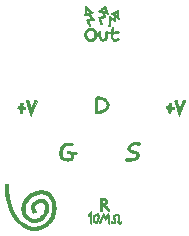
<source format=gbr>
G04 #@! TF.FileFunction,Legend,Top*
%FSLAX46Y46*%
G04 Gerber Fmt 4.6, Leading zero omitted, Abs format (unit mm)*
G04 Created by KiCad (PCBNEW 4.0.7) date Thu May 17 18:16:42 2018*
%MOMM*%
%LPD*%
G01*
G04 APERTURE LIST*
%ADD10C,0.100000*%
%ADD11C,0.010000*%
G04 APERTURE END LIST*
D10*
D11*
G36*
X-7373909Y-3597275D02*
X-7370566Y-3651966D01*
X-7366736Y-3722769D01*
X-7362898Y-3800412D01*
X-7359621Y-3873500D01*
X-7342055Y-4129623D01*
X-7311211Y-4395316D01*
X-7268570Y-4660340D01*
X-7215614Y-4914460D01*
X-7199423Y-4981134D01*
X-7115937Y-5273617D01*
X-7017399Y-5545677D01*
X-6903750Y-5797395D01*
X-6774932Y-6028852D01*
X-6630886Y-6240128D01*
X-6471554Y-6431302D01*
X-6296877Y-6602456D01*
X-6106797Y-6753668D01*
X-5901255Y-6885021D01*
X-5756947Y-6960947D01*
X-5619971Y-7023974D01*
X-5498555Y-7071907D01*
X-5388505Y-7105617D01*
X-5285629Y-7125977D01*
X-5185733Y-7133859D01*
X-5084623Y-7130135D01*
X-4997450Y-7118967D01*
X-4818524Y-7077779D01*
X-4641504Y-7014061D01*
X-4469408Y-6930034D01*
X-4305251Y-6827922D01*
X-4152050Y-6709945D01*
X-4012821Y-6578328D01*
X-3890580Y-6435291D01*
X-3788343Y-6283058D01*
X-3739842Y-6192337D01*
X-3676160Y-6036084D01*
X-3630995Y-5870561D01*
X-3603930Y-5698836D01*
X-3594549Y-5523976D01*
X-3602436Y-5349050D01*
X-3627174Y-5177126D01*
X-3668348Y-5011272D01*
X-3725541Y-4854557D01*
X-3798337Y-4710048D01*
X-3886319Y-4580813D01*
X-3971261Y-4486685D01*
X-4072361Y-4406247D01*
X-4187982Y-4345725D01*
X-4316762Y-4305211D01*
X-4457341Y-4284799D01*
X-4608359Y-4284581D01*
X-4768456Y-4304649D01*
X-4936270Y-4345098D01*
X-5110441Y-4406018D01*
X-5116848Y-4408609D01*
X-5284253Y-4489275D01*
X-5434574Y-4588496D01*
X-5568287Y-4706714D01*
X-5685865Y-4844372D01*
X-5787783Y-5001913D01*
X-5822613Y-5067300D01*
X-5875066Y-5180169D01*
X-5912195Y-5283054D01*
X-5936255Y-5384308D01*
X-5949495Y-5492284D01*
X-5952705Y-5549900D01*
X-5954845Y-5619435D01*
X-5954597Y-5670972D01*
X-5951228Y-5711859D01*
X-5944007Y-5749442D01*
X-5932199Y-5791069D01*
X-5927016Y-5807431D01*
X-5875575Y-5931643D01*
X-5804376Y-6050488D01*
X-5716991Y-6160171D01*
X-5616990Y-6256893D01*
X-5507945Y-6336860D01*
X-5393425Y-6396273D01*
X-5361778Y-6408387D01*
X-5248448Y-6435226D01*
X-5128416Y-6439284D01*
X-5004313Y-6421406D01*
X-4878773Y-6382433D01*
X-4754428Y-6323210D01*
X-4633910Y-6244577D01*
X-4519851Y-6147379D01*
X-4506943Y-6134726D01*
X-4405681Y-6018870D01*
X-4328040Y-5895601D01*
X-4273423Y-5763344D01*
X-4241232Y-5620525D01*
X-4230871Y-5465569D01*
X-4232199Y-5410200D01*
X-4245897Y-5289107D01*
X-4274748Y-5188282D01*
X-4318121Y-5108092D01*
X-4375382Y-5048907D01*
X-4445898Y-5011096D01*
X-4529037Y-4995027D01*
X-4624165Y-5001071D01*
X-4730649Y-5029595D01*
X-4820407Y-5067314D01*
X-4883211Y-5102498D01*
X-4948346Y-5147508D01*
X-5010488Y-5197803D01*
X-5064316Y-5248841D01*
X-5104503Y-5296081D01*
X-5121552Y-5324206D01*
X-5134590Y-5379460D01*
X-5131199Y-5452211D01*
X-5111692Y-5540854D01*
X-5076380Y-5643782D01*
X-5044727Y-5718414D01*
X-5025081Y-5763471D01*
X-5011102Y-5798803D01*
X-5004933Y-5818851D01*
X-5005099Y-5821320D01*
X-5017731Y-5828784D01*
X-5047701Y-5845484D01*
X-5089970Y-5868631D01*
X-5121548Y-5885757D01*
X-5232945Y-5945953D01*
X-5282082Y-5840001D01*
X-5326506Y-5740543D01*
X-5359257Y-5657539D01*
X-5381826Y-5585723D01*
X-5395702Y-5519823D01*
X-5402372Y-5454572D01*
X-5403549Y-5410200D01*
X-5403044Y-5351822D01*
X-5400016Y-5310506D01*
X-5392717Y-5277924D01*
X-5379401Y-5245750D01*
X-5362080Y-5212565D01*
X-5288585Y-5102288D01*
X-5193469Y-5000565D01*
X-5079859Y-4910219D01*
X-4950881Y-4834074D01*
X-4933950Y-4825751D01*
X-4798901Y-4771128D01*
X-4668734Y-4739013D01*
X-4544861Y-4729272D01*
X-4428691Y-4741771D01*
X-4321637Y-4776378D01*
X-4225107Y-4832958D01*
X-4150885Y-4899846D01*
X-4083772Y-4984744D01*
X-4033022Y-5078075D01*
X-3997181Y-5183778D01*
X-3974794Y-5305792D01*
X-3966606Y-5398455D01*
X-3968140Y-5575662D01*
X-3993672Y-5744575D01*
X-4043114Y-5904948D01*
X-4116375Y-6056534D01*
X-4213365Y-6199088D01*
X-4292020Y-6289889D01*
X-4419625Y-6410035D01*
X-4555580Y-6510937D01*
X-4697667Y-6591796D01*
X-4843668Y-6651813D01*
X-4991365Y-6690191D01*
X-5138541Y-6706129D01*
X-5282978Y-6698830D01*
X-5376885Y-6680600D01*
X-5512453Y-6633446D01*
X-5644195Y-6563678D01*
X-5769343Y-6474059D01*
X-5885127Y-6367354D01*
X-5988781Y-6246326D01*
X-6077534Y-6113739D01*
X-6148619Y-5972356D01*
X-6185090Y-5873750D01*
X-6203424Y-5795427D01*
X-6215619Y-5700238D01*
X-6221384Y-5596032D01*
X-6220426Y-5490659D01*
X-6212454Y-5391971D01*
X-6204851Y-5342737D01*
X-6158113Y-5161655D01*
X-6088111Y-4986260D01*
X-5996788Y-4819119D01*
X-5886090Y-4662798D01*
X-5757959Y-4519863D01*
X-5614340Y-4392881D01*
X-5457175Y-4284418D01*
X-5364166Y-4232823D01*
X-5177357Y-4148888D01*
X-4988652Y-4085475D01*
X-4800584Y-4042971D01*
X-4615690Y-4021761D01*
X-4436502Y-4022229D01*
X-4265556Y-4044760D01*
X-4210050Y-4057442D01*
X-4071480Y-4105627D01*
X-3940818Y-4176744D01*
X-3819398Y-4269188D01*
X-3708556Y-4381357D01*
X-3609628Y-4511646D01*
X-3523948Y-4658453D01*
X-3452853Y-4820173D01*
X-3397677Y-4995204D01*
X-3384790Y-5048465D01*
X-3346745Y-5267140D01*
X-3331249Y-5484418D01*
X-3338100Y-5697871D01*
X-3367094Y-5905069D01*
X-3418030Y-6103584D01*
X-3487779Y-6284604D01*
X-3552223Y-6405896D01*
X-3636187Y-6532482D01*
X-3735763Y-6659841D01*
X-3847042Y-6783456D01*
X-3966116Y-6898807D01*
X-4089076Y-7001374D01*
X-4140200Y-7039031D01*
X-4232638Y-7099175D01*
X-4340017Y-7160568D01*
X-4454533Y-7219300D01*
X-4568383Y-7271461D01*
X-4673762Y-7313141D01*
X-4714844Y-7326966D01*
X-4862197Y-7366066D01*
X-5009491Y-7391491D01*
X-5151870Y-7402898D01*
X-5284477Y-7399941D01*
X-5402457Y-7382275D01*
X-5422900Y-7377206D01*
X-5510927Y-7350357D01*
X-5613093Y-7313609D01*
X-5721717Y-7270062D01*
X-5829119Y-7222817D01*
X-5927615Y-7174973D01*
X-5940118Y-7168475D01*
X-6162367Y-7037732D01*
X-6369849Y-6886497D01*
X-6562364Y-6715088D01*
X-6739712Y-6523822D01*
X-6901692Y-6313017D01*
X-7048104Y-6082990D01*
X-7178747Y-5834059D01*
X-7293422Y-5566539D01*
X-7391927Y-5280750D01*
X-7474062Y-4977007D01*
X-7539628Y-4655629D01*
X-7544138Y-4629246D01*
X-7591981Y-4295751D01*
X-7620431Y-3978050D01*
X-7626769Y-3844123D01*
X-7629509Y-3768943D01*
X-7632531Y-3695579D01*
X-7635519Y-3631138D01*
X-7638157Y-3582727D01*
X-7638869Y-3571875D01*
X-7644445Y-3492500D01*
X-7380981Y-3492500D01*
X-7373909Y-3597275D01*
X-7373909Y-3597275D01*
G37*
X-7373909Y-3597275D02*
X-7370566Y-3651966D01*
X-7366736Y-3722769D01*
X-7362898Y-3800412D01*
X-7359621Y-3873500D01*
X-7342055Y-4129623D01*
X-7311211Y-4395316D01*
X-7268570Y-4660340D01*
X-7215614Y-4914460D01*
X-7199423Y-4981134D01*
X-7115937Y-5273617D01*
X-7017399Y-5545677D01*
X-6903750Y-5797395D01*
X-6774932Y-6028852D01*
X-6630886Y-6240128D01*
X-6471554Y-6431302D01*
X-6296877Y-6602456D01*
X-6106797Y-6753668D01*
X-5901255Y-6885021D01*
X-5756947Y-6960947D01*
X-5619971Y-7023974D01*
X-5498555Y-7071907D01*
X-5388505Y-7105617D01*
X-5285629Y-7125977D01*
X-5185733Y-7133859D01*
X-5084623Y-7130135D01*
X-4997450Y-7118967D01*
X-4818524Y-7077779D01*
X-4641504Y-7014061D01*
X-4469408Y-6930034D01*
X-4305251Y-6827922D01*
X-4152050Y-6709945D01*
X-4012821Y-6578328D01*
X-3890580Y-6435291D01*
X-3788343Y-6283058D01*
X-3739842Y-6192337D01*
X-3676160Y-6036084D01*
X-3630995Y-5870561D01*
X-3603930Y-5698836D01*
X-3594549Y-5523976D01*
X-3602436Y-5349050D01*
X-3627174Y-5177126D01*
X-3668348Y-5011272D01*
X-3725541Y-4854557D01*
X-3798337Y-4710048D01*
X-3886319Y-4580813D01*
X-3971261Y-4486685D01*
X-4072361Y-4406247D01*
X-4187982Y-4345725D01*
X-4316762Y-4305211D01*
X-4457341Y-4284799D01*
X-4608359Y-4284581D01*
X-4768456Y-4304649D01*
X-4936270Y-4345098D01*
X-5110441Y-4406018D01*
X-5116848Y-4408609D01*
X-5284253Y-4489275D01*
X-5434574Y-4588496D01*
X-5568287Y-4706714D01*
X-5685865Y-4844372D01*
X-5787783Y-5001913D01*
X-5822613Y-5067300D01*
X-5875066Y-5180169D01*
X-5912195Y-5283054D01*
X-5936255Y-5384308D01*
X-5949495Y-5492284D01*
X-5952705Y-5549900D01*
X-5954845Y-5619435D01*
X-5954597Y-5670972D01*
X-5951228Y-5711859D01*
X-5944007Y-5749442D01*
X-5932199Y-5791069D01*
X-5927016Y-5807431D01*
X-5875575Y-5931643D01*
X-5804376Y-6050488D01*
X-5716991Y-6160171D01*
X-5616990Y-6256893D01*
X-5507945Y-6336860D01*
X-5393425Y-6396273D01*
X-5361778Y-6408387D01*
X-5248448Y-6435226D01*
X-5128416Y-6439284D01*
X-5004313Y-6421406D01*
X-4878773Y-6382433D01*
X-4754428Y-6323210D01*
X-4633910Y-6244577D01*
X-4519851Y-6147379D01*
X-4506943Y-6134726D01*
X-4405681Y-6018870D01*
X-4328040Y-5895601D01*
X-4273423Y-5763344D01*
X-4241232Y-5620525D01*
X-4230871Y-5465569D01*
X-4232199Y-5410200D01*
X-4245897Y-5289107D01*
X-4274748Y-5188282D01*
X-4318121Y-5108092D01*
X-4375382Y-5048907D01*
X-4445898Y-5011096D01*
X-4529037Y-4995027D01*
X-4624165Y-5001071D01*
X-4730649Y-5029595D01*
X-4820407Y-5067314D01*
X-4883211Y-5102498D01*
X-4948346Y-5147508D01*
X-5010488Y-5197803D01*
X-5064316Y-5248841D01*
X-5104503Y-5296081D01*
X-5121552Y-5324206D01*
X-5134590Y-5379460D01*
X-5131199Y-5452211D01*
X-5111692Y-5540854D01*
X-5076380Y-5643782D01*
X-5044727Y-5718414D01*
X-5025081Y-5763471D01*
X-5011102Y-5798803D01*
X-5004933Y-5818851D01*
X-5005099Y-5821320D01*
X-5017731Y-5828784D01*
X-5047701Y-5845484D01*
X-5089970Y-5868631D01*
X-5121548Y-5885757D01*
X-5232945Y-5945953D01*
X-5282082Y-5840001D01*
X-5326506Y-5740543D01*
X-5359257Y-5657539D01*
X-5381826Y-5585723D01*
X-5395702Y-5519823D01*
X-5402372Y-5454572D01*
X-5403549Y-5410200D01*
X-5403044Y-5351822D01*
X-5400016Y-5310506D01*
X-5392717Y-5277924D01*
X-5379401Y-5245750D01*
X-5362080Y-5212565D01*
X-5288585Y-5102288D01*
X-5193469Y-5000565D01*
X-5079859Y-4910219D01*
X-4950881Y-4834074D01*
X-4933950Y-4825751D01*
X-4798901Y-4771128D01*
X-4668734Y-4739013D01*
X-4544861Y-4729272D01*
X-4428691Y-4741771D01*
X-4321637Y-4776378D01*
X-4225107Y-4832958D01*
X-4150885Y-4899846D01*
X-4083772Y-4984744D01*
X-4033022Y-5078075D01*
X-3997181Y-5183778D01*
X-3974794Y-5305792D01*
X-3966606Y-5398455D01*
X-3968140Y-5575662D01*
X-3993672Y-5744575D01*
X-4043114Y-5904948D01*
X-4116375Y-6056534D01*
X-4213365Y-6199088D01*
X-4292020Y-6289889D01*
X-4419625Y-6410035D01*
X-4555580Y-6510937D01*
X-4697667Y-6591796D01*
X-4843668Y-6651813D01*
X-4991365Y-6690191D01*
X-5138541Y-6706129D01*
X-5282978Y-6698830D01*
X-5376885Y-6680600D01*
X-5512453Y-6633446D01*
X-5644195Y-6563678D01*
X-5769343Y-6474059D01*
X-5885127Y-6367354D01*
X-5988781Y-6246326D01*
X-6077534Y-6113739D01*
X-6148619Y-5972356D01*
X-6185090Y-5873750D01*
X-6203424Y-5795427D01*
X-6215619Y-5700238D01*
X-6221384Y-5596032D01*
X-6220426Y-5490659D01*
X-6212454Y-5391971D01*
X-6204851Y-5342737D01*
X-6158113Y-5161655D01*
X-6088111Y-4986260D01*
X-5996788Y-4819119D01*
X-5886090Y-4662798D01*
X-5757959Y-4519863D01*
X-5614340Y-4392881D01*
X-5457175Y-4284418D01*
X-5364166Y-4232823D01*
X-5177357Y-4148888D01*
X-4988652Y-4085475D01*
X-4800584Y-4042971D01*
X-4615690Y-4021761D01*
X-4436502Y-4022229D01*
X-4265556Y-4044760D01*
X-4210050Y-4057442D01*
X-4071480Y-4105627D01*
X-3940818Y-4176744D01*
X-3819398Y-4269188D01*
X-3708556Y-4381357D01*
X-3609628Y-4511646D01*
X-3523948Y-4658453D01*
X-3452853Y-4820173D01*
X-3397677Y-4995204D01*
X-3384790Y-5048465D01*
X-3346745Y-5267140D01*
X-3331249Y-5484418D01*
X-3338100Y-5697871D01*
X-3367094Y-5905069D01*
X-3418030Y-6103584D01*
X-3487779Y-6284604D01*
X-3552223Y-6405896D01*
X-3636187Y-6532482D01*
X-3735763Y-6659841D01*
X-3847042Y-6783456D01*
X-3966116Y-6898807D01*
X-4089076Y-7001374D01*
X-4140200Y-7039031D01*
X-4232638Y-7099175D01*
X-4340017Y-7160568D01*
X-4454533Y-7219300D01*
X-4568383Y-7271461D01*
X-4673762Y-7313141D01*
X-4714844Y-7326966D01*
X-4862197Y-7366066D01*
X-5009491Y-7391491D01*
X-5151870Y-7402898D01*
X-5284477Y-7399941D01*
X-5402457Y-7382275D01*
X-5422900Y-7377206D01*
X-5510927Y-7350357D01*
X-5613093Y-7313609D01*
X-5721717Y-7270062D01*
X-5829119Y-7222817D01*
X-5927615Y-7174973D01*
X-5940118Y-7168475D01*
X-6162367Y-7037732D01*
X-6369849Y-6886497D01*
X-6562364Y-6715088D01*
X-6739712Y-6523822D01*
X-6901692Y-6313017D01*
X-7048104Y-6082990D01*
X-7178747Y-5834059D01*
X-7293422Y-5566539D01*
X-7391927Y-5280750D01*
X-7474062Y-4977007D01*
X-7539628Y-4655629D01*
X-7544138Y-4629246D01*
X-7591981Y-4295751D01*
X-7620431Y-3978050D01*
X-7626769Y-3844123D01*
X-7629509Y-3768943D01*
X-7632531Y-3695579D01*
X-7635519Y-3631138D01*
X-7638157Y-3582727D01*
X-7638869Y-3571875D01*
X-7644445Y-3492500D01*
X-7380981Y-3492500D01*
X-7373909Y-3597275D01*
G36*
X-300530Y-6005881D02*
X-305171Y-6085367D01*
X-309370Y-6182320D01*
X-312870Y-6288808D01*
X-315416Y-6396897D01*
X-316749Y-6498655D01*
X-316809Y-6508750D01*
X-317724Y-6615691D01*
X-319583Y-6699129D01*
X-322895Y-6760959D01*
X-328168Y-6803073D01*
X-335911Y-6827366D01*
X-346632Y-6835730D01*
X-360840Y-6830060D01*
X-379042Y-6812249D01*
X-393581Y-6794651D01*
X-434431Y-6743073D01*
X-420702Y-6417134D01*
X-417176Y-6328866D01*
X-414364Y-6249290D01*
X-412359Y-6181825D01*
X-411249Y-6129888D01*
X-411127Y-6096899D01*
X-411907Y-6086260D01*
X-423164Y-6091225D01*
X-446887Y-6109247D01*
X-467375Y-6126979D01*
X-499302Y-6153556D01*
X-521761Y-6164531D01*
X-542414Y-6163057D01*
X-549322Y-6160689D01*
X-581818Y-6137290D01*
X-596620Y-6102787D01*
X-596900Y-6097217D01*
X-588096Y-6085823D01*
X-563718Y-6060213D01*
X-526814Y-6023439D01*
X-480437Y-5978557D01*
X-441325Y-5941462D01*
X-285750Y-5795112D01*
X-300530Y-6005881D01*
X-300530Y-6005881D01*
G37*
X-300530Y-6005881D02*
X-305171Y-6085367D01*
X-309370Y-6182320D01*
X-312870Y-6288808D01*
X-315416Y-6396897D01*
X-316749Y-6498655D01*
X-316809Y-6508750D01*
X-317724Y-6615691D01*
X-319583Y-6699129D01*
X-322895Y-6760959D01*
X-328168Y-6803073D01*
X-335911Y-6827366D01*
X-346632Y-6835730D01*
X-360840Y-6830060D01*
X-379042Y-6812249D01*
X-393581Y-6794651D01*
X-434431Y-6743073D01*
X-420702Y-6417134D01*
X-417176Y-6328866D01*
X-414364Y-6249290D01*
X-412359Y-6181825D01*
X-411249Y-6129888D01*
X-411127Y-6096899D01*
X-411907Y-6086260D01*
X-423164Y-6091225D01*
X-446887Y-6109247D01*
X-467375Y-6126979D01*
X-499302Y-6153556D01*
X-521761Y-6164531D01*
X-542414Y-6163057D01*
X-549322Y-6160689D01*
X-581818Y-6137290D01*
X-596620Y-6102787D01*
X-596900Y-6097217D01*
X-588096Y-6085823D01*
X-563718Y-6060213D01*
X-526814Y-6023439D01*
X-480437Y-5978557D01*
X-441325Y-5941462D01*
X-285750Y-5795112D01*
X-300530Y-6005881D01*
G36*
X1822013Y-5984813D02*
X1913664Y-6003221D01*
X1990986Y-6042537D01*
X2042727Y-6089343D01*
X2063206Y-6114539D01*
X2075200Y-6137486D01*
X2080970Y-6166265D01*
X2082777Y-6208959D01*
X2082897Y-6232966D01*
X2078538Y-6307205D01*
X2064777Y-6394140D01*
X2042694Y-6491516D01*
X2026166Y-6559059D01*
X2015818Y-6607107D01*
X2011052Y-6640642D01*
X2011273Y-6664650D01*
X2015882Y-6684113D01*
X2018737Y-6691541D01*
X2040957Y-6722993D01*
X2069498Y-6730992D01*
X2100813Y-6715491D01*
X2120900Y-6692900D01*
X2153930Y-6663333D01*
X2191935Y-6654654D01*
X2228151Y-6667702D01*
X2239690Y-6678144D01*
X2251036Y-6693538D01*
X2251292Y-6708735D01*
X2238768Y-6731386D01*
X2223006Y-6753684D01*
X2187461Y-6796577D01*
X2151968Y-6821966D01*
X2106725Y-6835758D01*
X2080137Y-6839812D01*
X2022238Y-6838623D01*
X1981200Y-6823764D01*
X1935775Y-6789461D01*
X1907195Y-6741204D01*
X1895223Y-6677569D01*
X1899619Y-6597134D01*
X1920145Y-6498477D01*
X1924207Y-6483439D01*
X1948202Y-6375357D01*
X1955152Y-6285266D01*
X1944926Y-6212206D01*
X1917391Y-6155218D01*
X1873610Y-6114118D01*
X1829098Y-6098816D01*
X1780250Y-6104050D01*
X1732731Y-6127008D01*
X1692207Y-6164877D01*
X1664344Y-6214847D01*
X1663052Y-6218610D01*
X1658276Y-6234527D01*
X1655549Y-6250539D01*
X1655357Y-6270296D01*
X1658189Y-6297442D01*
X1664532Y-6335625D01*
X1674872Y-6388491D01*
X1689699Y-6459688D01*
X1704736Y-6530504D01*
X1716649Y-6589187D01*
X1722824Y-6629759D01*
X1723590Y-6658771D01*
X1719271Y-6682778D01*
X1713218Y-6700590D01*
X1686172Y-6748650D01*
X1645737Y-6780537D01*
X1587884Y-6798817D01*
X1551445Y-6803632D01*
X1504823Y-6806370D01*
X1472656Y-6802769D01*
X1444353Y-6790721D01*
X1424486Y-6778338D01*
X1386559Y-6744747D01*
X1355247Y-6701952D01*
X1336415Y-6658935D01*
X1333500Y-6638974D01*
X1342245Y-6617131D01*
X1358388Y-6598113D01*
X1391722Y-6582068D01*
X1426437Y-6589413D01*
X1458008Y-6618835D01*
X1464559Y-6628942D01*
X1491552Y-6661908D01*
X1524125Y-6686615D01*
X1553333Y-6700935D01*
X1569926Y-6703611D01*
X1583933Y-6694502D01*
X1592942Y-6685642D01*
X1609054Y-6653474D01*
X1610342Y-6603364D01*
X1596733Y-6534410D01*
X1574800Y-6464300D01*
X1546053Y-6364017D01*
X1535997Y-6277866D01*
X1545036Y-6202347D01*
X1573574Y-6133965D01*
X1620236Y-6071180D01*
X1668384Y-6023944D01*
X1713195Y-5996095D01*
X1762583Y-5984247D01*
X1822013Y-5984813D01*
X1822013Y-5984813D01*
G37*
X1822013Y-5984813D02*
X1913664Y-6003221D01*
X1990986Y-6042537D01*
X2042727Y-6089343D01*
X2063206Y-6114539D01*
X2075200Y-6137486D01*
X2080970Y-6166265D01*
X2082777Y-6208959D01*
X2082897Y-6232966D01*
X2078538Y-6307205D01*
X2064777Y-6394140D01*
X2042694Y-6491516D01*
X2026166Y-6559059D01*
X2015818Y-6607107D01*
X2011052Y-6640642D01*
X2011273Y-6664650D01*
X2015882Y-6684113D01*
X2018737Y-6691541D01*
X2040957Y-6722993D01*
X2069498Y-6730992D01*
X2100813Y-6715491D01*
X2120900Y-6692900D01*
X2153930Y-6663333D01*
X2191935Y-6654654D01*
X2228151Y-6667702D01*
X2239690Y-6678144D01*
X2251036Y-6693538D01*
X2251292Y-6708735D01*
X2238768Y-6731386D01*
X2223006Y-6753684D01*
X2187461Y-6796577D01*
X2151968Y-6821966D01*
X2106725Y-6835758D01*
X2080137Y-6839812D01*
X2022238Y-6838623D01*
X1981200Y-6823764D01*
X1935775Y-6789461D01*
X1907195Y-6741204D01*
X1895223Y-6677569D01*
X1899619Y-6597134D01*
X1920145Y-6498477D01*
X1924207Y-6483439D01*
X1948202Y-6375357D01*
X1955152Y-6285266D01*
X1944926Y-6212206D01*
X1917391Y-6155218D01*
X1873610Y-6114118D01*
X1829098Y-6098816D01*
X1780250Y-6104050D01*
X1732731Y-6127008D01*
X1692207Y-6164877D01*
X1664344Y-6214847D01*
X1663052Y-6218610D01*
X1658276Y-6234527D01*
X1655549Y-6250539D01*
X1655357Y-6270296D01*
X1658189Y-6297442D01*
X1664532Y-6335625D01*
X1674872Y-6388491D01*
X1689699Y-6459688D01*
X1704736Y-6530504D01*
X1716649Y-6589187D01*
X1722824Y-6629759D01*
X1723590Y-6658771D01*
X1719271Y-6682778D01*
X1713218Y-6700590D01*
X1686172Y-6748650D01*
X1645737Y-6780537D01*
X1587884Y-6798817D01*
X1551445Y-6803632D01*
X1504823Y-6806370D01*
X1472656Y-6802769D01*
X1444353Y-6790721D01*
X1424486Y-6778338D01*
X1386559Y-6744747D01*
X1355247Y-6701952D01*
X1336415Y-6658935D01*
X1333500Y-6638974D01*
X1342245Y-6617131D01*
X1358388Y-6598113D01*
X1391722Y-6582068D01*
X1426437Y-6589413D01*
X1458008Y-6618835D01*
X1464559Y-6628942D01*
X1491552Y-6661908D01*
X1524125Y-6686615D01*
X1553333Y-6700935D01*
X1569926Y-6703611D01*
X1583933Y-6694502D01*
X1592942Y-6685642D01*
X1609054Y-6653474D01*
X1610342Y-6603364D01*
X1596733Y-6534410D01*
X1574800Y-6464300D01*
X1546053Y-6364017D01*
X1535997Y-6277866D01*
X1545036Y-6202347D01*
X1573574Y-6133965D01*
X1620236Y-6071180D01*
X1668384Y-6023944D01*
X1713195Y-5996095D01*
X1762583Y-5984247D01*
X1822013Y-5984813D01*
G36*
X1128600Y-5977192D02*
X1139650Y-6002606D01*
X1150369Y-6046495D01*
X1160947Y-6110112D01*
X1171579Y-6194711D01*
X1182455Y-6301545D01*
X1193769Y-6431868D01*
X1199844Y-6508750D01*
X1206214Y-6588699D01*
X1212467Y-6661923D01*
X1218185Y-6723906D01*
X1222950Y-6770137D01*
X1226342Y-6796102D01*
X1226643Y-6797675D01*
X1228960Y-6822745D01*
X1217745Y-6831492D01*
X1204334Y-6832091D01*
X1170780Y-6825567D01*
X1141810Y-6813676D01*
X1127943Y-6805026D01*
X1118321Y-6793739D01*
X1111823Y-6775119D01*
X1107329Y-6744471D01*
X1103717Y-6697102D01*
X1100535Y-6640740D01*
X1096931Y-6565738D01*
X1093800Y-6485965D01*
X1091545Y-6412528D01*
X1090697Y-6370231D01*
X1089269Y-6292448D01*
X1086206Y-6239506D01*
X1079810Y-6211000D01*
X1068384Y-6206526D01*
X1050231Y-6225680D01*
X1023652Y-6268056D01*
X986952Y-6333250D01*
X980966Y-6344071D01*
X947464Y-6404214D01*
X917159Y-6457748D01*
X892690Y-6500079D01*
X876694Y-6526612D01*
X873190Y-6531865D01*
X866113Y-6537662D01*
X858329Y-6533467D01*
X848468Y-6516367D01*
X835157Y-6483449D01*
X817026Y-6431798D01*
X795273Y-6366344D01*
X773527Y-6301121D01*
X753999Y-6244483D01*
X738253Y-6200819D01*
X727853Y-6174518D01*
X724967Y-6169031D01*
X717773Y-6177593D01*
X701877Y-6206561D01*
X678688Y-6253037D01*
X649611Y-6314127D01*
X616053Y-6386932D01*
X579422Y-6468557D01*
X578492Y-6470656D01*
X537077Y-6563879D01*
X504388Y-6636404D01*
X479001Y-6690814D01*
X459491Y-6729695D01*
X444434Y-6755632D01*
X432406Y-6771210D01*
X421981Y-6779014D01*
X411736Y-6781627D01*
X407035Y-6781800D01*
X368155Y-6772736D01*
X346312Y-6747616D01*
X342900Y-6727862D01*
X348223Y-6708613D01*
X362885Y-6671240D01*
X384921Y-6620368D01*
X412368Y-6560619D01*
X426775Y-6530377D01*
X465236Y-6449563D01*
X508176Y-6357714D01*
X550384Y-6266056D01*
X586654Y-6185816D01*
X587062Y-6184900D01*
X623914Y-6104284D01*
X653441Y-6045041D01*
X677250Y-6004768D01*
X696948Y-5981060D01*
X714142Y-5971511D01*
X728676Y-5972988D01*
X748129Y-5991166D01*
X772715Y-6031376D01*
X801144Y-6091074D01*
X832123Y-6167717D01*
X844303Y-6200775D01*
X861696Y-6246035D01*
X876994Y-6280313D01*
X887602Y-6297976D01*
X889597Y-6299200D01*
X899632Y-6288765D01*
X918039Y-6260872D01*
X941551Y-6220639D01*
X952441Y-6200775D01*
X984121Y-6145189D01*
X1018335Y-6090575D01*
X1051975Y-6041306D01*
X1081937Y-6001755D01*
X1105114Y-5976296D01*
X1117026Y-5969000D01*
X1128600Y-5977192D01*
X1128600Y-5977192D01*
G37*
X1128600Y-5977192D02*
X1139650Y-6002606D01*
X1150369Y-6046495D01*
X1160947Y-6110112D01*
X1171579Y-6194711D01*
X1182455Y-6301545D01*
X1193769Y-6431868D01*
X1199844Y-6508750D01*
X1206214Y-6588699D01*
X1212467Y-6661923D01*
X1218185Y-6723906D01*
X1222950Y-6770137D01*
X1226342Y-6796102D01*
X1226643Y-6797675D01*
X1228960Y-6822745D01*
X1217745Y-6831492D01*
X1204334Y-6832091D01*
X1170780Y-6825567D01*
X1141810Y-6813676D01*
X1127943Y-6805026D01*
X1118321Y-6793739D01*
X1111823Y-6775119D01*
X1107329Y-6744471D01*
X1103717Y-6697102D01*
X1100535Y-6640740D01*
X1096931Y-6565738D01*
X1093800Y-6485965D01*
X1091545Y-6412528D01*
X1090697Y-6370231D01*
X1089269Y-6292448D01*
X1086206Y-6239506D01*
X1079810Y-6211000D01*
X1068384Y-6206526D01*
X1050231Y-6225680D01*
X1023652Y-6268056D01*
X986952Y-6333250D01*
X980966Y-6344071D01*
X947464Y-6404214D01*
X917159Y-6457748D01*
X892690Y-6500079D01*
X876694Y-6526612D01*
X873190Y-6531865D01*
X866113Y-6537662D01*
X858329Y-6533467D01*
X848468Y-6516367D01*
X835157Y-6483449D01*
X817026Y-6431798D01*
X795273Y-6366344D01*
X773527Y-6301121D01*
X753999Y-6244483D01*
X738253Y-6200819D01*
X727853Y-6174518D01*
X724967Y-6169031D01*
X717773Y-6177593D01*
X701877Y-6206561D01*
X678688Y-6253037D01*
X649611Y-6314127D01*
X616053Y-6386932D01*
X579422Y-6468557D01*
X578492Y-6470656D01*
X537077Y-6563879D01*
X504388Y-6636404D01*
X479001Y-6690814D01*
X459491Y-6729695D01*
X444434Y-6755632D01*
X432406Y-6771210D01*
X421981Y-6779014D01*
X411736Y-6781627D01*
X407035Y-6781800D01*
X368155Y-6772736D01*
X346312Y-6747616D01*
X342900Y-6727862D01*
X348223Y-6708613D01*
X362885Y-6671240D01*
X384921Y-6620368D01*
X412368Y-6560619D01*
X426775Y-6530377D01*
X465236Y-6449563D01*
X508176Y-6357714D01*
X550384Y-6266056D01*
X586654Y-6185816D01*
X587062Y-6184900D01*
X623914Y-6104284D01*
X653441Y-6045041D01*
X677250Y-6004768D01*
X696948Y-5981060D01*
X714142Y-5971511D01*
X728676Y-5972988D01*
X748129Y-5991166D01*
X772715Y-6031376D01*
X801144Y-6091074D01*
X832123Y-6167717D01*
X844303Y-6200775D01*
X861696Y-6246035D01*
X876994Y-6280313D01*
X887602Y-6297976D01*
X889597Y-6299200D01*
X899632Y-6288765D01*
X918039Y-6260872D01*
X941551Y-6220639D01*
X952441Y-6200775D01*
X984121Y-6145189D01*
X1018335Y-6090575D01*
X1051975Y-6041306D01*
X1081937Y-6001755D01*
X1105114Y-5976296D01*
X1117026Y-5969000D01*
X1128600Y-5977192D01*
G36*
X225854Y-5966938D02*
X251845Y-5985870D01*
X274795Y-6022769D01*
X292038Y-6060572D01*
X319113Y-6153890D01*
X326919Y-6262187D01*
X315387Y-6383810D01*
X307407Y-6426200D01*
X280827Y-6536382D01*
X251673Y-6624149D01*
X218821Y-6692442D01*
X189833Y-6734175D01*
X162846Y-6763534D01*
X138470Y-6777313D01*
X105126Y-6780999D01*
X91150Y-6780950D01*
X40465Y-6776497D01*
X-10751Y-6766521D01*
X-21283Y-6763518D01*
X-92529Y-6734482D01*
X-144043Y-6698803D01*
X-173276Y-6658336D01*
X-175854Y-6651088D01*
X-192674Y-6571201D01*
X-195326Y-6507842D01*
X-87754Y-6507842D01*
X-87700Y-6553693D01*
X-81461Y-6583988D01*
X-66440Y-6603638D01*
X-40040Y-6617557D01*
X335Y-6630656D01*
X18608Y-6636063D01*
X69616Y-6645729D01*
X105973Y-6638373D01*
X132840Y-6612869D01*
X134164Y-6610889D01*
X163716Y-6553661D01*
X188544Y-6482489D01*
X207751Y-6403392D01*
X220437Y-6322391D01*
X225704Y-6245505D01*
X222654Y-6178754D01*
X210388Y-6128157D01*
X207220Y-6121400D01*
X189878Y-6093081D01*
X170455Y-6080573D01*
X138370Y-6077934D01*
X130019Y-6078057D01*
X88263Y-6084235D01*
X52245Y-6103168D01*
X17973Y-6138279D01*
X-18542Y-6192988D01*
X-32668Y-6217536D01*
X-51681Y-6253260D01*
X-64609Y-6284387D01*
X-73060Y-6317902D01*
X-78640Y-6360788D01*
X-82957Y-6420028D01*
X-84217Y-6441522D01*
X-87754Y-6507842D01*
X-195326Y-6507842D01*
X-196403Y-6482114D01*
X-187079Y-6378718D01*
X-178185Y-6323653D01*
X-166665Y-6260235D01*
X-157554Y-6215789D01*
X-148564Y-6184323D01*
X-137408Y-6159847D01*
X-121797Y-6136370D01*
X-99444Y-6107901D01*
X-92489Y-6099246D01*
X-24471Y-6034208D01*
X58484Y-5989536D01*
X140107Y-5967951D01*
X190662Y-5962217D01*
X225854Y-5966938D01*
X225854Y-5966938D01*
G37*
X225854Y-5966938D02*
X251845Y-5985870D01*
X274795Y-6022769D01*
X292038Y-6060572D01*
X319113Y-6153890D01*
X326919Y-6262187D01*
X315387Y-6383810D01*
X307407Y-6426200D01*
X280827Y-6536382D01*
X251673Y-6624149D01*
X218821Y-6692442D01*
X189833Y-6734175D01*
X162846Y-6763534D01*
X138470Y-6777313D01*
X105126Y-6780999D01*
X91150Y-6780950D01*
X40465Y-6776497D01*
X-10751Y-6766521D01*
X-21283Y-6763518D01*
X-92529Y-6734482D01*
X-144043Y-6698803D01*
X-173276Y-6658336D01*
X-175854Y-6651088D01*
X-192674Y-6571201D01*
X-195326Y-6507842D01*
X-87754Y-6507842D01*
X-87700Y-6553693D01*
X-81461Y-6583988D01*
X-66440Y-6603638D01*
X-40040Y-6617557D01*
X335Y-6630656D01*
X18608Y-6636063D01*
X69616Y-6645729D01*
X105973Y-6638373D01*
X132840Y-6612869D01*
X134164Y-6610889D01*
X163716Y-6553661D01*
X188544Y-6482489D01*
X207751Y-6403392D01*
X220437Y-6322391D01*
X225704Y-6245505D01*
X222654Y-6178754D01*
X210388Y-6128157D01*
X207220Y-6121400D01*
X189878Y-6093081D01*
X170455Y-6080573D01*
X138370Y-6077934D01*
X130019Y-6078057D01*
X88263Y-6084235D01*
X52245Y-6103168D01*
X17973Y-6138279D01*
X-18542Y-6192988D01*
X-32668Y-6217536D01*
X-51681Y-6253260D01*
X-64609Y-6284387D01*
X-73060Y-6317902D01*
X-78640Y-6360788D01*
X-82957Y-6420028D01*
X-84217Y-6441522D01*
X-87754Y-6507842D01*
X-195326Y-6507842D01*
X-196403Y-6482114D01*
X-187079Y-6378718D01*
X-178185Y-6323653D01*
X-166665Y-6260235D01*
X-157554Y-6215789D01*
X-148564Y-6184323D01*
X-137408Y-6159847D01*
X-121797Y-6136370D01*
X-99444Y-6107901D01*
X-92489Y-6099246D01*
X-24471Y-6034208D01*
X58484Y-5989536D01*
X140107Y-5967951D01*
X190662Y-5962217D01*
X225854Y-5966938D01*
G36*
X560734Y-4672071D02*
X599845Y-4674939D01*
X640018Y-4677690D01*
X727039Y-4682963D01*
X793216Y-4688536D01*
X843099Y-4695413D01*
X881236Y-4704596D01*
X912173Y-4717088D01*
X940460Y-4733893D01*
X960670Y-4748423D01*
X1016774Y-4799943D01*
X1050666Y-4856003D01*
X1065487Y-4922712D01*
X1066780Y-4954788D01*
X1054564Y-5030397D01*
X1018318Y-5099058D01*
X958712Y-5159750D01*
X910804Y-5192640D01*
X839102Y-5235431D01*
X895757Y-5282247D01*
X942522Y-5325219D01*
X993415Y-5379222D01*
X1045451Y-5440241D01*
X1095650Y-5504261D01*
X1141029Y-5567267D01*
X1178605Y-5625246D01*
X1205397Y-5674182D01*
X1218422Y-5710061D01*
X1219200Y-5717664D01*
X1207234Y-5739636D01*
X1174276Y-5758890D01*
X1125513Y-5772694D01*
X1093999Y-5776247D01*
X1080886Y-5770169D01*
X1079500Y-5763124D01*
X1071610Y-5740402D01*
X1050113Y-5703166D01*
X1018265Y-5655893D01*
X979324Y-5603063D01*
X936547Y-5549154D01*
X893192Y-5498644D01*
X865786Y-5469288D01*
X815102Y-5420631D01*
X757097Y-5370001D01*
X702667Y-5326819D01*
X692150Y-5319180D01*
X603250Y-5256034D01*
X592705Y-5514092D01*
X589113Y-5592619D01*
X585191Y-5662397D01*
X581221Y-5719484D01*
X577485Y-5759936D01*
X574264Y-5779809D01*
X573655Y-5781024D01*
X554836Y-5789668D01*
X522826Y-5796540D01*
X488203Y-5800267D01*
X461550Y-5799478D01*
X454025Y-5796529D01*
X451988Y-5782174D01*
X450100Y-5745111D01*
X448409Y-5688033D01*
X446961Y-5613633D01*
X445805Y-5524601D01*
X444987Y-5423630D01*
X444556Y-5313414D01*
X444500Y-5255683D01*
X444278Y-5117595D01*
X444235Y-5091503D01*
X596900Y-5091503D01*
X663575Y-5085155D01*
X715689Y-5079886D01*
X768392Y-5074094D01*
X785819Y-5072036D01*
X840602Y-5055982D01*
X879375Y-5025663D01*
X899481Y-4985216D01*
X898262Y-4938776D01*
X887975Y-4912985D01*
X859078Y-4883125D01*
X810664Y-4859512D01*
X748257Y-4844138D01*
X682625Y-4838978D01*
X596900Y-4838700D01*
X596900Y-5091503D01*
X444235Y-5091503D01*
X444088Y-5002803D01*
X444636Y-4909208D01*
X446633Y-4834717D01*
X450788Y-4777232D01*
X457810Y-4734657D01*
X468407Y-4704896D01*
X483289Y-4685853D01*
X503164Y-4675432D01*
X528743Y-4671537D01*
X560734Y-4672071D01*
X560734Y-4672071D01*
G37*
X560734Y-4672071D02*
X599845Y-4674939D01*
X640018Y-4677690D01*
X727039Y-4682963D01*
X793216Y-4688536D01*
X843099Y-4695413D01*
X881236Y-4704596D01*
X912173Y-4717088D01*
X940460Y-4733893D01*
X960670Y-4748423D01*
X1016774Y-4799943D01*
X1050666Y-4856003D01*
X1065487Y-4922712D01*
X1066780Y-4954788D01*
X1054564Y-5030397D01*
X1018318Y-5099058D01*
X958712Y-5159750D01*
X910804Y-5192640D01*
X839102Y-5235431D01*
X895757Y-5282247D01*
X942522Y-5325219D01*
X993415Y-5379222D01*
X1045451Y-5440241D01*
X1095650Y-5504261D01*
X1141029Y-5567267D01*
X1178605Y-5625246D01*
X1205397Y-5674182D01*
X1218422Y-5710061D01*
X1219200Y-5717664D01*
X1207234Y-5739636D01*
X1174276Y-5758890D01*
X1125513Y-5772694D01*
X1093999Y-5776247D01*
X1080886Y-5770169D01*
X1079500Y-5763124D01*
X1071610Y-5740402D01*
X1050113Y-5703166D01*
X1018265Y-5655893D01*
X979324Y-5603063D01*
X936547Y-5549154D01*
X893192Y-5498644D01*
X865786Y-5469288D01*
X815102Y-5420631D01*
X757097Y-5370001D01*
X702667Y-5326819D01*
X692150Y-5319180D01*
X603250Y-5256034D01*
X592705Y-5514092D01*
X589113Y-5592619D01*
X585191Y-5662397D01*
X581221Y-5719484D01*
X577485Y-5759936D01*
X574264Y-5779809D01*
X573655Y-5781024D01*
X554836Y-5789668D01*
X522826Y-5796540D01*
X488203Y-5800267D01*
X461550Y-5799478D01*
X454025Y-5796529D01*
X451988Y-5782174D01*
X450100Y-5745111D01*
X448409Y-5688033D01*
X446961Y-5613633D01*
X445805Y-5524601D01*
X444987Y-5423630D01*
X444556Y-5313414D01*
X444500Y-5255683D01*
X444278Y-5117595D01*
X444235Y-5091503D01*
X596900Y-5091503D01*
X663575Y-5085155D01*
X715689Y-5079886D01*
X768392Y-5074094D01*
X785819Y-5072036D01*
X840602Y-5055982D01*
X879375Y-5025663D01*
X899481Y-4985216D01*
X898262Y-4938776D01*
X887975Y-4912985D01*
X859078Y-4883125D01*
X810664Y-4859512D01*
X748257Y-4844138D01*
X682625Y-4838978D01*
X596900Y-4838700D01*
X596900Y-5091503D01*
X444235Y-5091503D01*
X444088Y-5002803D01*
X444636Y-4909208D01*
X446633Y-4834717D01*
X450788Y-4777232D01*
X457810Y-4734657D01*
X468407Y-4704896D01*
X483289Y-4685853D01*
X503164Y-4675432D01*
X528743Y-4671537D01*
X560734Y-4672071D01*
G36*
X-1898855Y-25195D02*
X-1866844Y-63328D01*
X-1858628Y-94771D01*
X-1874510Y-122490D01*
X-1911350Y-147622D01*
X-1941285Y-161965D01*
X-1968450Y-168620D01*
X-2002123Y-168609D01*
X-2051050Y-163026D01*
X-2181154Y-157035D01*
X-2305860Y-173672D01*
X-2422452Y-211675D01*
X-2528214Y-269778D01*
X-2620429Y-346716D01*
X-2696380Y-441224D01*
X-2715302Y-472310D01*
X-2763490Y-573000D01*
X-2794306Y-677606D01*
X-2809352Y-792862D01*
X-2811438Y-876300D01*
X-2806581Y-978366D01*
X-2793019Y-1060534D01*
X-2769403Y-1127215D01*
X-2734388Y-1182822D01*
X-2709334Y-1210733D01*
X-2660881Y-1251410D01*
X-2606103Y-1280683D01*
X-2540360Y-1299932D01*
X-2459008Y-1310536D01*
X-2362200Y-1313861D01*
X-2293992Y-1313677D01*
X-2245073Y-1311963D01*
X-2209343Y-1307863D01*
X-2180701Y-1300522D01*
X-2153047Y-1289085D01*
X-2139950Y-1282700D01*
X-2088701Y-1248999D01*
X-2054488Y-1205448D01*
X-2034915Y-1147526D01*
X-2027584Y-1070770D01*
X-2025650Y-986658D01*
X-2086009Y-942966D01*
X-2147766Y-907791D01*
X-2200309Y-893484D01*
X-2259984Y-886772D01*
X-2299338Y-880495D01*
X-2323309Y-872421D01*
X-2336837Y-860323D01*
X-2344862Y-841970D01*
X-2349304Y-826228D01*
X-2355046Y-778853D01*
X-2347743Y-737375D01*
X-2329223Y-709357D01*
X-2319732Y-703852D01*
X-2302046Y-703417D01*
X-2263587Y-706300D01*
X-2208701Y-712049D01*
X-2141732Y-720213D01*
X-2073073Y-729485D01*
X-1988679Y-740447D01*
X-1902634Y-749979D01*
X-1822240Y-757384D01*
X-1754800Y-761966D01*
X-1720875Y-763105D01*
X-1597886Y-764396D01*
X-1573922Y-817173D01*
X-1555401Y-864643D01*
X-1551720Y-897079D01*
X-1563174Y-920267D01*
X-1579852Y-933766D01*
X-1600810Y-943398D01*
X-1629385Y-947802D01*
X-1670155Y-946953D01*
X-1727695Y-940826D01*
X-1785680Y-932588D01*
X-1825110Y-926641D01*
X-1833817Y-1031645D01*
X-1847810Y-1144992D01*
X-1869383Y-1244986D01*
X-1897550Y-1328795D01*
X-1931323Y-1393585D01*
X-1969715Y-1436525D01*
X-1976608Y-1441433D01*
X-2023330Y-1462230D01*
X-2090031Y-1478483D01*
X-2171642Y-1489869D01*
X-2263093Y-1496064D01*
X-2359317Y-1496747D01*
X-2455245Y-1491595D01*
X-2545809Y-1480284D01*
X-2556726Y-1478380D01*
X-2675855Y-1447120D01*
X-2775811Y-1399437D01*
X-2857444Y-1334538D01*
X-2921601Y-1251630D01*
X-2969130Y-1149921D01*
X-2991866Y-1071841D01*
X-3004354Y-991815D01*
X-3009525Y-895855D01*
X-3007750Y-792234D01*
X-2999398Y-689227D01*
X-2984840Y-595108D01*
X-2967466Y-527050D01*
X-2914840Y-399526D01*
X-2845142Y-284081D01*
X-2760916Y-183386D01*
X-2664704Y-100113D01*
X-2559048Y-36933D01*
X-2467974Y-2230D01*
X-2431063Y6357D01*
X-2386453Y12457D01*
X-2329645Y16392D01*
X-2256136Y18481D01*
X-2169224Y19050D01*
X-1944498Y19050D01*
X-1898855Y-25195D01*
X-1898855Y-25195D01*
G37*
X-1898855Y-25195D02*
X-1866844Y-63328D01*
X-1858628Y-94771D01*
X-1874510Y-122490D01*
X-1911350Y-147622D01*
X-1941285Y-161965D01*
X-1968450Y-168620D01*
X-2002123Y-168609D01*
X-2051050Y-163026D01*
X-2181154Y-157035D01*
X-2305860Y-173672D01*
X-2422452Y-211675D01*
X-2528214Y-269778D01*
X-2620429Y-346716D01*
X-2696380Y-441224D01*
X-2715302Y-472310D01*
X-2763490Y-573000D01*
X-2794306Y-677606D01*
X-2809352Y-792862D01*
X-2811438Y-876300D01*
X-2806581Y-978366D01*
X-2793019Y-1060534D01*
X-2769403Y-1127215D01*
X-2734388Y-1182822D01*
X-2709334Y-1210733D01*
X-2660881Y-1251410D01*
X-2606103Y-1280683D01*
X-2540360Y-1299932D01*
X-2459008Y-1310536D01*
X-2362200Y-1313861D01*
X-2293992Y-1313677D01*
X-2245073Y-1311963D01*
X-2209343Y-1307863D01*
X-2180701Y-1300522D01*
X-2153047Y-1289085D01*
X-2139950Y-1282700D01*
X-2088701Y-1248999D01*
X-2054488Y-1205448D01*
X-2034915Y-1147526D01*
X-2027584Y-1070770D01*
X-2025650Y-986658D01*
X-2086009Y-942966D01*
X-2147766Y-907791D01*
X-2200309Y-893484D01*
X-2259984Y-886772D01*
X-2299338Y-880495D01*
X-2323309Y-872421D01*
X-2336837Y-860323D01*
X-2344862Y-841970D01*
X-2349304Y-826228D01*
X-2355046Y-778853D01*
X-2347743Y-737375D01*
X-2329223Y-709357D01*
X-2319732Y-703852D01*
X-2302046Y-703417D01*
X-2263587Y-706300D01*
X-2208701Y-712049D01*
X-2141732Y-720213D01*
X-2073073Y-729485D01*
X-1988679Y-740447D01*
X-1902634Y-749979D01*
X-1822240Y-757384D01*
X-1754800Y-761966D01*
X-1720875Y-763105D01*
X-1597886Y-764396D01*
X-1573922Y-817173D01*
X-1555401Y-864643D01*
X-1551720Y-897079D01*
X-1563174Y-920267D01*
X-1579852Y-933766D01*
X-1600810Y-943398D01*
X-1629385Y-947802D01*
X-1670155Y-946953D01*
X-1727695Y-940826D01*
X-1785680Y-932588D01*
X-1825110Y-926641D01*
X-1833817Y-1031645D01*
X-1847810Y-1144992D01*
X-1869383Y-1244986D01*
X-1897550Y-1328795D01*
X-1931323Y-1393585D01*
X-1969715Y-1436525D01*
X-1976608Y-1441433D01*
X-2023330Y-1462230D01*
X-2090031Y-1478483D01*
X-2171642Y-1489869D01*
X-2263093Y-1496064D01*
X-2359317Y-1496747D01*
X-2455245Y-1491595D01*
X-2545809Y-1480284D01*
X-2556726Y-1478380D01*
X-2675855Y-1447120D01*
X-2775811Y-1399437D01*
X-2857444Y-1334538D01*
X-2921601Y-1251630D01*
X-2969130Y-1149921D01*
X-2991866Y-1071841D01*
X-3004354Y-991815D01*
X-3009525Y-895855D01*
X-3007750Y-792234D01*
X-2999398Y-689227D01*
X-2984840Y-595108D01*
X-2967466Y-527050D01*
X-2914840Y-399526D01*
X-2845142Y-284081D01*
X-2760916Y-183386D01*
X-2664704Y-100113D01*
X-2559048Y-36933D01*
X-2467974Y-2230D01*
X-2431063Y6357D01*
X-2386453Y12457D01*
X-2329645Y16392D01*
X-2256136Y18481D01*
X-2169224Y19050D01*
X-1944498Y19050D01*
X-1898855Y-25195D01*
G36*
X3628781Y50264D02*
X3689195Y47458D01*
X3715301Y44931D01*
X3755371Y38595D01*
X3777833Y29270D01*
X3790414Y12198D01*
X3796968Y-5345D01*
X3802964Y-58368D01*
X3784151Y-105942D01*
X3760859Y-131960D01*
X3748877Y-141415D01*
X3734850Y-147415D01*
X3714222Y-150131D01*
X3682436Y-149735D01*
X3634934Y-146400D01*
X3567160Y-140297D01*
X3559377Y-139568D01*
X3456356Y-131881D01*
X3373232Y-130774D01*
X3305196Y-136935D01*
X3247439Y-151049D01*
X3195150Y-173804D01*
X3156413Y-197098D01*
X3069657Y-266355D01*
X3005470Y-344489D01*
X2984577Y-380847D01*
X2966299Y-421397D01*
X2961865Y-451784D01*
X2972795Y-480329D01*
X3000610Y-515355D01*
X3011277Y-527073D01*
X3063092Y-574216D01*
X3124566Y-611748D01*
X3200357Y-641792D01*
X3295121Y-666474D01*
X3334066Y-674322D01*
X3398837Y-688337D01*
X3461821Y-704960D01*
X3514269Y-721738D01*
X3538971Y-731756D01*
X3615912Y-780324D01*
X3671978Y-842133D01*
X3706499Y-915038D01*
X3718810Y-996891D01*
X3708241Y-1085546D01*
X3676512Y-1173877D01*
X3626627Y-1257108D01*
X3561321Y-1327147D01*
X3479421Y-1384446D01*
X3379753Y-1429459D01*
X3261142Y-1462636D01*
X3122416Y-1484429D01*
X2962399Y-1495292D01*
X2838450Y-1496646D01*
X2764521Y-1495733D01*
X2697405Y-1494387D01*
X2642115Y-1492747D01*
X2603663Y-1490955D01*
X2589355Y-1489670D01*
X2556898Y-1472716D01*
X2535255Y-1436472D01*
X2527300Y-1385774D01*
X2527300Y-1385257D01*
X2528641Y-1362981D01*
X2534650Y-1345927D01*
X2548308Y-1333398D01*
X2572595Y-1324697D01*
X2610490Y-1319126D01*
X2664973Y-1315988D01*
X2739024Y-1314586D01*
X2830883Y-1314226D01*
X2923567Y-1313841D01*
X2995851Y-1312605D01*
X3052733Y-1310131D01*
X3099208Y-1306034D01*
X3140274Y-1299924D01*
X3180926Y-1291417D01*
X3206750Y-1285113D01*
X3298635Y-1258589D01*
X3369540Y-1229977D01*
X3423883Y-1196969D01*
X3466082Y-1157259D01*
X3476625Y-1144232D01*
X3504257Y-1101501D01*
X3516272Y-1061942D01*
X3517900Y-1034889D01*
X3516763Y-992099D01*
X3511158Y-959456D01*
X3497796Y-934450D01*
X3473386Y-914576D01*
X3434639Y-897326D01*
X3378263Y-880193D01*
X3300969Y-860669D01*
X3283857Y-856533D01*
X3150205Y-820458D01*
X3039769Y-781785D01*
X2950405Y-739319D01*
X2879967Y-691864D01*
X2826311Y-638223D01*
X2789003Y-580590D01*
X2758218Y-495590D01*
X2752775Y-410763D01*
X2772616Y-326343D01*
X2817681Y-242567D01*
X2887913Y-159669D01*
X2895179Y-152538D01*
X2978414Y-82195D01*
X3069961Y-22331D01*
X3160475Y20985D01*
X3165227Y22763D01*
X3198222Y30229D01*
X3251242Y36876D01*
X3318916Y42488D01*
X3395876Y46850D01*
X3476753Y49744D01*
X3556178Y50954D01*
X3628781Y50264D01*
X3628781Y50264D01*
G37*
X3628781Y50264D02*
X3689195Y47458D01*
X3715301Y44931D01*
X3755371Y38595D01*
X3777833Y29270D01*
X3790414Y12198D01*
X3796968Y-5345D01*
X3802964Y-58368D01*
X3784151Y-105942D01*
X3760859Y-131960D01*
X3748877Y-141415D01*
X3734850Y-147415D01*
X3714222Y-150131D01*
X3682436Y-149735D01*
X3634934Y-146400D01*
X3567160Y-140297D01*
X3559377Y-139568D01*
X3456356Y-131881D01*
X3373232Y-130774D01*
X3305196Y-136935D01*
X3247439Y-151049D01*
X3195150Y-173804D01*
X3156413Y-197098D01*
X3069657Y-266355D01*
X3005470Y-344489D01*
X2984577Y-380847D01*
X2966299Y-421397D01*
X2961865Y-451784D01*
X2972795Y-480329D01*
X3000610Y-515355D01*
X3011277Y-527073D01*
X3063092Y-574216D01*
X3124566Y-611748D01*
X3200357Y-641792D01*
X3295121Y-666474D01*
X3334066Y-674322D01*
X3398837Y-688337D01*
X3461821Y-704960D01*
X3514269Y-721738D01*
X3538971Y-731756D01*
X3615912Y-780324D01*
X3671978Y-842133D01*
X3706499Y-915038D01*
X3718810Y-996891D01*
X3708241Y-1085546D01*
X3676512Y-1173877D01*
X3626627Y-1257108D01*
X3561321Y-1327147D01*
X3479421Y-1384446D01*
X3379753Y-1429459D01*
X3261142Y-1462636D01*
X3122416Y-1484429D01*
X2962399Y-1495292D01*
X2838450Y-1496646D01*
X2764521Y-1495733D01*
X2697405Y-1494387D01*
X2642115Y-1492747D01*
X2603663Y-1490955D01*
X2589355Y-1489670D01*
X2556898Y-1472716D01*
X2535255Y-1436472D01*
X2527300Y-1385774D01*
X2527300Y-1385257D01*
X2528641Y-1362981D01*
X2534650Y-1345927D01*
X2548308Y-1333398D01*
X2572595Y-1324697D01*
X2610490Y-1319126D01*
X2664973Y-1315988D01*
X2739024Y-1314586D01*
X2830883Y-1314226D01*
X2923567Y-1313841D01*
X2995851Y-1312605D01*
X3052733Y-1310131D01*
X3099208Y-1306034D01*
X3140274Y-1299924D01*
X3180926Y-1291417D01*
X3206750Y-1285113D01*
X3298635Y-1258589D01*
X3369540Y-1229977D01*
X3423883Y-1196969D01*
X3466082Y-1157259D01*
X3476625Y-1144232D01*
X3504257Y-1101501D01*
X3516272Y-1061942D01*
X3517900Y-1034889D01*
X3516763Y-992099D01*
X3511158Y-959456D01*
X3497796Y-934450D01*
X3473386Y-914576D01*
X3434639Y-897326D01*
X3378263Y-880193D01*
X3300969Y-860669D01*
X3283857Y-856533D01*
X3150205Y-820458D01*
X3039769Y-781785D01*
X2950405Y-739319D01*
X2879967Y-691864D01*
X2826311Y-638223D01*
X2789003Y-580590D01*
X2758218Y-495590D01*
X2752775Y-410763D01*
X2772616Y-326343D01*
X2817681Y-242567D01*
X2887913Y-159669D01*
X2895179Y-152538D01*
X2978414Y-82195D01*
X3069961Y-22331D01*
X3160475Y20985D01*
X3165227Y22763D01*
X3198222Y30229D01*
X3251242Y36876D01*
X3318916Y42488D01*
X3395876Y46850D01*
X3476753Y49744D01*
X3556178Y50954D01*
X3628781Y50264D01*
G36*
X-5036145Y3648913D02*
X-4993729Y3633503D01*
X-4954255Y3608916D01*
X-4947491Y3603169D01*
X-4916228Y3575050D01*
X-5176105Y2947268D01*
X-5225483Y2828122D01*
X-5271984Y2716179D01*
X-5314699Y2613612D01*
X-5352716Y2522595D01*
X-5385126Y2445300D01*
X-5411019Y2383900D01*
X-5429484Y2340569D01*
X-5439611Y2317480D01*
X-5441252Y2314215D01*
X-5447288Y2322555D01*
X-5458066Y2349482D01*
X-5471263Y2389183D01*
X-5471375Y2389548D01*
X-5515498Y2533328D01*
X-5558959Y2676255D01*
X-5601148Y2816227D01*
X-5641452Y2951141D01*
X-5679261Y3078897D01*
X-5713963Y3197390D01*
X-5744947Y3304520D01*
X-5771600Y3398183D01*
X-5793312Y3476278D01*
X-5809471Y3536702D01*
X-5819465Y3577353D01*
X-5822684Y3596129D01*
X-5822556Y3596899D01*
X-5806529Y3616694D01*
X-5783216Y3633075D01*
X-5752531Y3642822D01*
X-5712797Y3647436D01*
X-5673843Y3646720D01*
X-5645499Y3640477D01*
X-5638957Y3635971D01*
X-5633218Y3621641D01*
X-5621244Y3586108D01*
X-5604029Y3532514D01*
X-5582566Y3464007D01*
X-5557850Y3383732D01*
X-5530872Y3294833D01*
X-5524346Y3273141D01*
X-5497109Y3183832D01*
X-5471825Y3103502D01*
X-5449477Y3035074D01*
X-5431048Y2981470D01*
X-5417522Y2945612D01*
X-5409882Y2930422D01*
X-5408958Y2930241D01*
X-5401880Y2944080D01*
X-5386487Y2978405D01*
X-5364071Y3030188D01*
X-5335926Y3096404D01*
X-5303347Y3174027D01*
X-5267627Y3260029D01*
X-5258165Y3282950D01*
X-5221455Y3371157D01*
X-5187067Y3452197D01*
X-5156379Y3522943D01*
X-5130772Y3580266D01*
X-5111625Y3621040D01*
X-5100318Y3642137D01*
X-5098950Y3643900D01*
X-5073790Y3653070D01*
X-5036145Y3648913D01*
X-5036145Y3648913D01*
G37*
X-5036145Y3648913D02*
X-4993729Y3633503D01*
X-4954255Y3608916D01*
X-4947491Y3603169D01*
X-4916228Y3575050D01*
X-5176105Y2947268D01*
X-5225483Y2828122D01*
X-5271984Y2716179D01*
X-5314699Y2613612D01*
X-5352716Y2522595D01*
X-5385126Y2445300D01*
X-5411019Y2383900D01*
X-5429484Y2340569D01*
X-5439611Y2317480D01*
X-5441252Y2314215D01*
X-5447288Y2322555D01*
X-5458066Y2349482D01*
X-5471263Y2389183D01*
X-5471375Y2389548D01*
X-5515498Y2533328D01*
X-5558959Y2676255D01*
X-5601148Y2816227D01*
X-5641452Y2951141D01*
X-5679261Y3078897D01*
X-5713963Y3197390D01*
X-5744947Y3304520D01*
X-5771600Y3398183D01*
X-5793312Y3476278D01*
X-5809471Y3536702D01*
X-5819465Y3577353D01*
X-5822684Y3596129D01*
X-5822556Y3596899D01*
X-5806529Y3616694D01*
X-5783216Y3633075D01*
X-5752531Y3642822D01*
X-5712797Y3647436D01*
X-5673843Y3646720D01*
X-5645499Y3640477D01*
X-5638957Y3635971D01*
X-5633218Y3621641D01*
X-5621244Y3586108D01*
X-5604029Y3532514D01*
X-5582566Y3464007D01*
X-5557850Y3383732D01*
X-5530872Y3294833D01*
X-5524346Y3273141D01*
X-5497109Y3183832D01*
X-5471825Y3103502D01*
X-5449477Y3035074D01*
X-5431048Y2981470D01*
X-5417522Y2945612D01*
X-5409882Y2930422D01*
X-5408958Y2930241D01*
X-5401880Y2944080D01*
X-5386487Y2978405D01*
X-5364071Y3030188D01*
X-5335926Y3096404D01*
X-5303347Y3174027D01*
X-5267627Y3260029D01*
X-5258165Y3282950D01*
X-5221455Y3371157D01*
X-5187067Y3452197D01*
X-5156379Y3522943D01*
X-5130772Y3580266D01*
X-5111625Y3621040D01*
X-5100318Y3642137D01*
X-5098950Y3643900D01*
X-5073790Y3653070D01*
X-5036145Y3648913D01*
G36*
X7505882Y3651818D02*
X7543625Y3639815D01*
X7582428Y3621235D01*
X7613927Y3600138D01*
X7629755Y3580579D01*
X7630092Y3579213D01*
X7625939Y3565251D01*
X7613173Y3530471D01*
X7592870Y3477532D01*
X7566109Y3409094D01*
X7533967Y3327818D01*
X7497520Y3236363D01*
X7457848Y3137390D01*
X7416026Y3033557D01*
X7373133Y2927526D01*
X7330247Y2821956D01*
X7288443Y2719507D01*
X7248801Y2622839D01*
X7212397Y2534613D01*
X7180309Y2457487D01*
X7153615Y2394122D01*
X7133391Y2347179D01*
X7120716Y2319316D01*
X7117092Y2312758D01*
X7109644Y2317754D01*
X7106049Y2325458D01*
X7098535Y2348089D01*
X7085026Y2391210D01*
X7066356Y2452011D01*
X7043361Y2527683D01*
X7016877Y2615417D01*
X6987740Y2712404D01*
X6956784Y2815836D01*
X6924844Y2922903D01*
X6892758Y3030796D01*
X6861359Y3136706D01*
X6831484Y3237824D01*
X6803968Y3331341D01*
X6779645Y3414449D01*
X6759353Y3484337D01*
X6743926Y3538198D01*
X6734199Y3573221D01*
X6731000Y3586492D01*
X6742568Y3611369D01*
X6772761Y3632265D01*
X6814810Y3645781D01*
X6855323Y3648910D01*
X6890540Y3646363D01*
X6913445Y3642498D01*
X6917111Y3640822D01*
X6922169Y3627605D01*
X6933552Y3593161D01*
X6950284Y3540595D01*
X6971390Y3473010D01*
X6995895Y3393508D01*
X7022824Y3305192D01*
X7029106Y3284459D01*
X7056461Y3194131D01*
X7081520Y3111474D01*
X7103312Y3039682D01*
X7120868Y2981949D01*
X7133217Y2941468D01*
X7139388Y2921433D01*
X7139810Y2920119D01*
X7145550Y2927938D01*
X7159650Y2956626D01*
X7180931Y3003511D01*
X7208217Y3065922D01*
X7240332Y3141185D01*
X7276099Y3226628D01*
X7296497Y3276008D01*
X7340062Y3381422D01*
X7375417Y3465537D01*
X7403679Y3530679D01*
X7425964Y3579174D01*
X7443389Y3613348D01*
X7457071Y3635529D01*
X7468127Y3648042D01*
X7477567Y3653187D01*
X7505882Y3651818D01*
X7505882Y3651818D01*
G37*
X7505882Y3651818D02*
X7543625Y3639815D01*
X7582428Y3621235D01*
X7613927Y3600138D01*
X7629755Y3580579D01*
X7630092Y3579213D01*
X7625939Y3565251D01*
X7613173Y3530471D01*
X7592870Y3477532D01*
X7566109Y3409094D01*
X7533967Y3327818D01*
X7497520Y3236363D01*
X7457848Y3137390D01*
X7416026Y3033557D01*
X7373133Y2927526D01*
X7330247Y2821956D01*
X7288443Y2719507D01*
X7248801Y2622839D01*
X7212397Y2534613D01*
X7180309Y2457487D01*
X7153615Y2394122D01*
X7133391Y2347179D01*
X7120716Y2319316D01*
X7117092Y2312758D01*
X7109644Y2317754D01*
X7106049Y2325458D01*
X7098535Y2348089D01*
X7085026Y2391210D01*
X7066356Y2452011D01*
X7043361Y2527683D01*
X7016877Y2615417D01*
X6987740Y2712404D01*
X6956784Y2815836D01*
X6924844Y2922903D01*
X6892758Y3030796D01*
X6861359Y3136706D01*
X6831484Y3237824D01*
X6803968Y3331341D01*
X6779645Y3414449D01*
X6759353Y3484337D01*
X6743926Y3538198D01*
X6734199Y3573221D01*
X6731000Y3586492D01*
X6742568Y3611369D01*
X6772761Y3632265D01*
X6814810Y3645781D01*
X6855323Y3648910D01*
X6890540Y3646363D01*
X6913445Y3642498D01*
X6917111Y3640822D01*
X6922169Y3627605D01*
X6933552Y3593161D01*
X6950284Y3540595D01*
X6971390Y3473010D01*
X6995895Y3393508D01*
X7022824Y3305192D01*
X7029106Y3284459D01*
X7056461Y3194131D01*
X7081520Y3111474D01*
X7103312Y3039682D01*
X7120868Y2981949D01*
X7133217Y2941468D01*
X7139388Y2921433D01*
X7139810Y2920119D01*
X7145550Y2927938D01*
X7159650Y2956626D01*
X7180931Y3003511D01*
X7208217Y3065922D01*
X7240332Y3141185D01*
X7276099Y3226628D01*
X7296497Y3276008D01*
X7340062Y3381422D01*
X7375417Y3465537D01*
X7403679Y3530679D01*
X7425964Y3579174D01*
X7443389Y3613348D01*
X7457071Y3635529D01*
X7468127Y3648042D01*
X7477567Y3653187D01*
X7505882Y3651818D01*
G36*
X-6196162Y3374856D02*
X-6158044Y3367204D01*
X-6153128Y3365492D01*
X-6119703Y3352784D01*
X-6128635Y3219442D01*
X-6131863Y3164741D01*
X-6133624Y3120865D01*
X-6133760Y3093051D01*
X-6132659Y3085875D01*
X-6102828Y3083560D01*
X-6060443Y3079143D01*
X-6012311Y3073483D01*
X-5965238Y3067437D01*
X-5926031Y3061861D01*
X-5901498Y3057615D01*
X-5896713Y3056147D01*
X-5892310Y3039415D01*
X-5890108Y3006041D01*
X-5890048Y2964682D01*
X-5892068Y2923994D01*
X-5896108Y2892635D01*
X-5897915Y2885684D01*
X-5909188Y2865816D01*
X-5930266Y2860948D01*
X-5947756Y2862853D01*
X-5982922Y2867468D01*
X-6030869Y2872866D01*
X-6065452Y2876352D01*
X-6142853Y2883715D01*
X-6151184Y2728784D01*
X-6154794Y2668837D01*
X-6158540Y2618781D01*
X-6161990Y2583701D01*
X-6164710Y2568682D01*
X-6164809Y2568559D01*
X-6184363Y2561775D01*
X-6219525Y2558641D01*
X-6260748Y2559279D01*
X-6298486Y2563807D01*
X-6310409Y2566718D01*
X-6353368Y2579699D01*
X-6347307Y2737048D01*
X-6344919Y2805744D01*
X-6345071Y2853053D01*
X-6349405Y2882973D01*
X-6359562Y2899499D01*
X-6377185Y2906630D01*
X-6403915Y2908363D01*
X-6417714Y2908440D01*
X-6458995Y2910749D01*
X-6503700Y2916147D01*
X-6505575Y2916452D01*
X-6534362Y2922454D01*
X-6548315Y2932999D01*
X-6552808Y2955737D01*
X-6553200Y2984267D01*
X-6550062Y3030768D01*
X-6542221Y3074155D01*
X-6539020Y3084889D01*
X-6526258Y3112382D01*
X-6509515Y3120925D01*
X-6491395Y3118972D01*
X-6458433Y3114354D01*
X-6414065Y3110361D01*
X-6394450Y3109161D01*
X-6330950Y3105948D01*
X-6327283Y3232104D01*
X-6323747Y3299175D01*
X-6317797Y3344651D01*
X-6309675Y3366800D01*
X-6308233Y3368036D01*
X-6281733Y3375444D01*
X-6240884Y3377660D01*
X-6196162Y3374856D01*
X-6196162Y3374856D01*
G37*
X-6196162Y3374856D02*
X-6158044Y3367204D01*
X-6153128Y3365492D01*
X-6119703Y3352784D01*
X-6128635Y3219442D01*
X-6131863Y3164741D01*
X-6133624Y3120865D01*
X-6133760Y3093051D01*
X-6132659Y3085875D01*
X-6102828Y3083560D01*
X-6060443Y3079143D01*
X-6012311Y3073483D01*
X-5965238Y3067437D01*
X-5926031Y3061861D01*
X-5901498Y3057615D01*
X-5896713Y3056147D01*
X-5892310Y3039415D01*
X-5890108Y3006041D01*
X-5890048Y2964682D01*
X-5892068Y2923994D01*
X-5896108Y2892635D01*
X-5897915Y2885684D01*
X-5909188Y2865816D01*
X-5930266Y2860948D01*
X-5947756Y2862853D01*
X-5982922Y2867468D01*
X-6030869Y2872866D01*
X-6065452Y2876352D01*
X-6142853Y2883715D01*
X-6151184Y2728784D01*
X-6154794Y2668837D01*
X-6158540Y2618781D01*
X-6161990Y2583701D01*
X-6164710Y2568682D01*
X-6164809Y2568559D01*
X-6184363Y2561775D01*
X-6219525Y2558641D01*
X-6260748Y2559279D01*
X-6298486Y2563807D01*
X-6310409Y2566718D01*
X-6353368Y2579699D01*
X-6347307Y2737048D01*
X-6344919Y2805744D01*
X-6345071Y2853053D01*
X-6349405Y2882973D01*
X-6359562Y2899499D01*
X-6377185Y2906630D01*
X-6403915Y2908363D01*
X-6417714Y2908440D01*
X-6458995Y2910749D01*
X-6503700Y2916147D01*
X-6505575Y2916452D01*
X-6534362Y2922454D01*
X-6548315Y2932999D01*
X-6552808Y2955737D01*
X-6553200Y2984267D01*
X-6550062Y3030768D01*
X-6542221Y3074155D01*
X-6539020Y3084889D01*
X-6526258Y3112382D01*
X-6509515Y3120925D01*
X-6491395Y3118972D01*
X-6458433Y3114354D01*
X-6414065Y3110361D01*
X-6394450Y3109161D01*
X-6330950Y3105948D01*
X-6327283Y3232104D01*
X-6323747Y3299175D01*
X-6317797Y3344651D01*
X-6309675Y3366800D01*
X-6308233Y3368036D01*
X-6281733Y3375444D01*
X-6240884Y3377660D01*
X-6196162Y3374856D01*
G36*
X413547Y3918011D02*
X545496Y3893504D01*
X608148Y3879231D01*
X730442Y3840279D01*
X835600Y3784872D01*
X927688Y3710540D01*
X980782Y3652931D01*
X1035351Y3577421D01*
X1084890Y3490412D01*
X1125218Y3400467D01*
X1152152Y3316149D01*
X1157280Y3291632D01*
X1162738Y3189195D01*
X1144546Y3084746D01*
X1103803Y2981980D01*
X1041610Y2884594D01*
X1032894Y2873614D01*
X967238Y2805871D01*
X883659Y2739484D01*
X788970Y2678498D01*
X689980Y2626962D01*
X593502Y2588923D01*
X523819Y2571125D01*
X463971Y2563613D01*
X386482Y2558465D01*
X299013Y2555837D01*
X209227Y2555885D01*
X124786Y2558767D01*
X78520Y2562041D01*
X23690Y2566944D01*
X27720Y2670947D01*
X28407Y2711472D01*
X28296Y2772859D01*
X27451Y2850585D01*
X25936Y2940129D01*
X23814Y3036967D01*
X21150Y3136577D01*
X21141Y3136900D01*
X17655Y3302185D01*
X17515Y3378674D01*
X199280Y3378674D01*
X199528Y3284921D01*
X200355Y3188867D01*
X201723Y3093952D01*
X203590Y3003617D01*
X205917Y2921302D01*
X208663Y2850447D01*
X211789Y2794491D01*
X215254Y2756876D01*
X219019Y2741041D01*
X219222Y2740878D01*
X249137Y2732892D01*
X302859Y2731500D01*
X379669Y2736693D01*
X444288Y2743926D01*
X545174Y2765944D01*
X644733Y2804860D01*
X738919Y2857658D01*
X823686Y2921323D01*
X894989Y2992840D01*
X948781Y3069194D01*
X979867Y3143055D01*
X986286Y3206986D01*
X975338Y3283093D01*
X948017Y3366001D01*
X932275Y3400788D01*
X900701Y3453087D01*
X855899Y3511909D01*
X804387Y3569865D01*
X752686Y3619565D01*
X711438Y3651094D01*
X666830Y3672374D01*
X603594Y3693495D01*
X528465Y3712952D01*
X448180Y3729239D01*
X369474Y3740852D01*
X299083Y3746284D01*
X284533Y3746500D01*
X218132Y3746500D01*
X208141Y3692525D01*
X204889Y3661878D01*
X202417Y3611728D01*
X200685Y3545518D01*
X199653Y3466686D01*
X199280Y3378674D01*
X17515Y3378674D01*
X17387Y3448476D01*
X20278Y3574679D01*
X26274Y3679696D01*
X35319Y3762431D01*
X47357Y3821790D01*
X57443Y3848669D01*
X90303Y3888239D01*
X141706Y3914922D01*
X212289Y3928755D01*
X302691Y3929773D01*
X413547Y3918011D01*
X413547Y3918011D01*
G37*
X413547Y3918011D02*
X545496Y3893504D01*
X608148Y3879231D01*
X730442Y3840279D01*
X835600Y3784872D01*
X927688Y3710540D01*
X980782Y3652931D01*
X1035351Y3577421D01*
X1084890Y3490412D01*
X1125218Y3400467D01*
X1152152Y3316149D01*
X1157280Y3291632D01*
X1162738Y3189195D01*
X1144546Y3084746D01*
X1103803Y2981980D01*
X1041610Y2884594D01*
X1032894Y2873614D01*
X967238Y2805871D01*
X883659Y2739484D01*
X788970Y2678498D01*
X689980Y2626962D01*
X593502Y2588923D01*
X523819Y2571125D01*
X463971Y2563613D01*
X386482Y2558465D01*
X299013Y2555837D01*
X209227Y2555885D01*
X124786Y2558767D01*
X78520Y2562041D01*
X23690Y2566944D01*
X27720Y2670947D01*
X28407Y2711472D01*
X28296Y2772859D01*
X27451Y2850585D01*
X25936Y2940129D01*
X23814Y3036967D01*
X21150Y3136577D01*
X21141Y3136900D01*
X17655Y3302185D01*
X17515Y3378674D01*
X199280Y3378674D01*
X199528Y3284921D01*
X200355Y3188867D01*
X201723Y3093952D01*
X203590Y3003617D01*
X205917Y2921302D01*
X208663Y2850447D01*
X211789Y2794491D01*
X215254Y2756876D01*
X219019Y2741041D01*
X219222Y2740878D01*
X249137Y2732892D01*
X302859Y2731500D01*
X379669Y2736693D01*
X444288Y2743926D01*
X545174Y2765944D01*
X644733Y2804860D01*
X738919Y2857658D01*
X823686Y2921323D01*
X894989Y2992840D01*
X948781Y3069194D01*
X979867Y3143055D01*
X986286Y3206986D01*
X975338Y3283093D01*
X948017Y3366001D01*
X932275Y3400788D01*
X900701Y3453087D01*
X855899Y3511909D01*
X804387Y3569865D01*
X752686Y3619565D01*
X711438Y3651094D01*
X666830Y3672374D01*
X603594Y3693495D01*
X528465Y3712952D01*
X448180Y3729239D01*
X369474Y3740852D01*
X299083Y3746284D01*
X284533Y3746500D01*
X218132Y3746500D01*
X208141Y3692525D01*
X204889Y3661878D01*
X202417Y3611728D01*
X200685Y3545518D01*
X199653Y3466686D01*
X199280Y3378674D01*
X17515Y3378674D01*
X17387Y3448476D01*
X20278Y3574679D01*
X26274Y3679696D01*
X35319Y3762431D01*
X47357Y3821790D01*
X57443Y3848669D01*
X90303Y3888239D01*
X141706Y3914922D01*
X212289Y3928755D01*
X302691Y3929773D01*
X413547Y3918011D01*
G36*
X6346416Y3375769D02*
X6394726Y3365686D01*
X6397498Y3364748D01*
X6436087Y3351296D01*
X6422749Y3089966D01*
X6464162Y3081683D01*
X6508376Y3075556D01*
X6546850Y3073400D01*
X6590999Y3070732D01*
X6627812Y3065463D01*
X6648974Y3060279D01*
X6660829Y3051254D01*
X6666052Y3032152D01*
X6667316Y2996739D01*
X6667305Y2973388D01*
X6665782Y2927862D01*
X6661996Y2891644D01*
X6657192Y2873637D01*
X6645652Y2866279D01*
X6620673Y2863901D01*
X6577867Y2866380D01*
X6539911Y2870365D01*
X6490131Y2875994D01*
X6450480Y2880302D01*
X6427354Y2882601D01*
X6424303Y2882804D01*
X6420486Y2870959D01*
X6416030Y2838555D01*
X6411465Y2790406D01*
X6407321Y2731327D01*
X6406964Y2725249D01*
X6402868Y2659371D01*
X6398926Y2614538D01*
X6394188Y2586422D01*
X6387703Y2570690D01*
X6378520Y2563015D01*
X6370760Y2560322D01*
X6301909Y2554605D01*
X6242050Y2570270D01*
X6203950Y2586845D01*
X6210300Y2741113D01*
X6212828Y2808852D01*
X6212756Y2855254D01*
X6208446Y2884364D01*
X6198263Y2900226D01*
X6180568Y2906886D01*
X6153726Y2908387D01*
X6142586Y2908440D01*
X6101716Y2910739D01*
X6056673Y2916140D01*
X6053397Y2916667D01*
X6004445Y2924755D01*
X6009349Y3011545D01*
X6013519Y3056970D01*
X6019720Y3092380D01*
X6026551Y3110006D01*
X6044846Y3114775D01*
X6081283Y3115880D01*
X6128844Y3113116D01*
X6129716Y3113034D01*
X6220583Y3104389D01*
X6228001Y3149220D01*
X6231977Y3186185D01*
X6234724Y3236350D01*
X6235560Y3278417D01*
X6237138Y3326998D01*
X6242426Y3355454D01*
X6252555Y3368931D01*
X6255788Y3370492D01*
X6295780Y3377546D01*
X6346416Y3375769D01*
X6346416Y3375769D01*
G37*
X6346416Y3375769D02*
X6394726Y3365686D01*
X6397498Y3364748D01*
X6436087Y3351296D01*
X6422749Y3089966D01*
X6464162Y3081683D01*
X6508376Y3075556D01*
X6546850Y3073400D01*
X6590999Y3070732D01*
X6627812Y3065463D01*
X6648974Y3060279D01*
X6660829Y3051254D01*
X6666052Y3032152D01*
X6667316Y2996739D01*
X6667305Y2973388D01*
X6665782Y2927862D01*
X6661996Y2891644D01*
X6657192Y2873637D01*
X6645652Y2866279D01*
X6620673Y2863901D01*
X6577867Y2866380D01*
X6539911Y2870365D01*
X6490131Y2875994D01*
X6450480Y2880302D01*
X6427354Y2882601D01*
X6424303Y2882804D01*
X6420486Y2870959D01*
X6416030Y2838555D01*
X6411465Y2790406D01*
X6407321Y2731327D01*
X6406964Y2725249D01*
X6402868Y2659371D01*
X6398926Y2614538D01*
X6394188Y2586422D01*
X6387703Y2570690D01*
X6378520Y2563015D01*
X6370760Y2560322D01*
X6301909Y2554605D01*
X6242050Y2570270D01*
X6203950Y2586845D01*
X6210300Y2741113D01*
X6212828Y2808852D01*
X6212756Y2855254D01*
X6208446Y2884364D01*
X6198263Y2900226D01*
X6180568Y2906886D01*
X6153726Y2908387D01*
X6142586Y2908440D01*
X6101716Y2910739D01*
X6056673Y2916140D01*
X6053397Y2916667D01*
X6004445Y2924755D01*
X6009349Y3011545D01*
X6013519Y3056970D01*
X6019720Y3092380D01*
X6026551Y3110006D01*
X6044846Y3114775D01*
X6081283Y3115880D01*
X6128844Y3113116D01*
X6129716Y3113034D01*
X6220583Y3104389D01*
X6228001Y3149220D01*
X6231977Y3186185D01*
X6234724Y3236350D01*
X6235560Y3278417D01*
X6237138Y3326998D01*
X6242426Y3355454D01*
X6252555Y3368931D01*
X6255788Y3370492D01*
X6295780Y3377546D01*
X6346416Y3375769D01*
G36*
X-213417Y9689334D02*
X-105268Y9647442D01*
X-55121Y9618006D01*
X22478Y9552448D01*
X83120Y9471591D01*
X126574Y9379247D01*
X152612Y9279232D01*
X161004Y9175358D01*
X151520Y9071440D01*
X123931Y8971291D01*
X78007Y8878725D01*
X13519Y8797557D01*
X-4705Y8780232D01*
X-45627Y8746164D01*
X-86951Y8716081D01*
X-114019Y8699644D01*
X-196485Y8666791D01*
X-292016Y8643383D01*
X-390501Y8631086D01*
X-481831Y8631566D01*
X-508000Y8634707D01*
X-593337Y8660130D01*
X-674984Y8707456D01*
X-748699Y8773194D01*
X-810238Y8853853D01*
X-839210Y8907225D01*
X-869291Y8990097D01*
X-889466Y9084338D01*
X-898423Y9180180D01*
X-897127Y9212013D01*
X-723622Y9212013D01*
X-715849Y9113877D01*
X-693148Y9023826D01*
X-657371Y8945953D01*
X-610371Y8884351D01*
X-557328Y8844789D01*
X-473971Y8815246D01*
X-382441Y8806264D01*
X-289375Y8817767D01*
X-203200Y8848782D01*
X-152272Y8880196D01*
X-113204Y8915779D01*
X-104439Y8927303D01*
X-67063Y9003484D01*
X-45596Y9090860D01*
X-39687Y9183543D01*
X-48982Y9275642D01*
X-73129Y9361271D01*
X-111777Y9434538D01*
X-136602Y9464878D01*
X-181376Y9497569D01*
X-242904Y9518243D01*
X-323905Y9527667D01*
X-361950Y9528459D01*
X-469466Y9519889D01*
X-558267Y9494342D01*
X-628209Y9451946D01*
X-679147Y9392828D01*
X-710933Y9317116D01*
X-723423Y9224936D01*
X-723622Y9212013D01*
X-897127Y9212013D01*
X-894851Y9267856D01*
X-890901Y9292325D01*
X-857016Y9405758D01*
X-804180Y9502504D01*
X-733309Y9581700D01*
X-645318Y9642485D01*
X-541123Y9683999D01*
X-455808Y9701579D01*
X-330241Y9707376D01*
X-213417Y9689334D01*
X-213417Y9689334D01*
G37*
X-213417Y9689334D02*
X-105268Y9647442D01*
X-55121Y9618006D01*
X22478Y9552448D01*
X83120Y9471591D01*
X126574Y9379247D01*
X152612Y9279232D01*
X161004Y9175358D01*
X151520Y9071440D01*
X123931Y8971291D01*
X78007Y8878725D01*
X13519Y8797557D01*
X-4705Y8780232D01*
X-45627Y8746164D01*
X-86951Y8716081D01*
X-114019Y8699644D01*
X-196485Y8666791D01*
X-292016Y8643383D01*
X-390501Y8631086D01*
X-481831Y8631566D01*
X-508000Y8634707D01*
X-593337Y8660130D01*
X-674984Y8707456D01*
X-748699Y8773194D01*
X-810238Y8853853D01*
X-839210Y8907225D01*
X-869291Y8990097D01*
X-889466Y9084338D01*
X-898423Y9180180D01*
X-897127Y9212013D01*
X-723622Y9212013D01*
X-715849Y9113877D01*
X-693148Y9023826D01*
X-657371Y8945953D01*
X-610371Y8884351D01*
X-557328Y8844789D01*
X-473971Y8815246D01*
X-382441Y8806264D01*
X-289375Y8817767D01*
X-203200Y8848782D01*
X-152272Y8880196D01*
X-113204Y8915779D01*
X-104439Y8927303D01*
X-67063Y9003484D01*
X-45596Y9090860D01*
X-39687Y9183543D01*
X-48982Y9275642D01*
X-73129Y9361271D01*
X-111777Y9434538D01*
X-136602Y9464878D01*
X-181376Y9497569D01*
X-242904Y9518243D01*
X-323905Y9527667D01*
X-361950Y9528459D01*
X-469466Y9519889D01*
X-558267Y9494342D01*
X-628209Y9451946D01*
X-679147Y9392828D01*
X-710933Y9317116D01*
X-723423Y9224936D01*
X-723622Y9212013D01*
X-897127Y9212013D01*
X-894851Y9267856D01*
X-890901Y9292325D01*
X-857016Y9405758D01*
X-804180Y9502504D01*
X-733309Y9581700D01*
X-645318Y9642485D01*
X-541123Y9683999D01*
X-455808Y9701579D01*
X-330241Y9707376D01*
X-213417Y9689334D01*
G36*
X1548295Y9839773D02*
X1567120Y9829393D01*
X1576143Y9808067D01*
X1575859Y9772502D01*
X1566765Y9719404D01*
X1549356Y9645479D01*
X1549040Y9644219D01*
X1528487Y9560871D01*
X1515945Y9499489D01*
X1513444Y9457353D01*
X1523010Y9431745D01*
X1546673Y9419944D01*
X1586459Y9419233D01*
X1644397Y9426891D01*
X1703618Y9436947D01*
X1800385Y9451395D01*
X1875845Y9457283D01*
X1932628Y9454542D01*
X1973367Y9443102D01*
X1994415Y9429284D01*
X2016319Y9397728D01*
X2012857Y9365880D01*
X1985837Y9335422D01*
X1968825Y9324121D01*
X1948434Y9316569D01*
X1919440Y9312031D01*
X1876620Y9309771D01*
X1814751Y9309054D01*
X1798512Y9309030D01*
X1711176Y9307575D01*
X1644923Y9302662D01*
X1595561Y9293327D01*
X1558894Y9278608D01*
X1530731Y9257541D01*
X1518971Y9244855D01*
X1494732Y9208466D01*
X1481110Y9166559D01*
X1477518Y9113982D01*
X1483370Y9045582D01*
X1490755Y8997247D01*
X1505836Y8919638D01*
X1522251Y8862701D01*
X1542127Y8821721D01*
X1567592Y8791983D01*
X1591291Y8774439D01*
X1649221Y8752621D01*
X1716019Y8752818D01*
X1788656Y8774607D01*
X1855075Y8811356D01*
X1900996Y8841248D01*
X1932073Y8857777D01*
X1954013Y8862507D01*
X1972520Y8857001D01*
X1986995Y8847527D01*
X2004624Y8822498D01*
X2000729Y8791896D01*
X1977835Y8758326D01*
X1938468Y8724388D01*
X1885151Y8692687D01*
X1820411Y8665825D01*
X1806318Y8661264D01*
X1712866Y8640581D01*
X1632003Y8639838D01*
X1565245Y8659034D01*
X1560834Y8661286D01*
X1502992Y8703533D01*
X1449128Y8764708D01*
X1404810Y8838390D01*
X1401803Y8844720D01*
X1388400Y8876722D01*
X1379640Y8908283D01*
X1374572Y8946080D01*
X1372250Y8996793D01*
X1371724Y9056380D01*
X1369749Y9145511D01*
X1363792Y9210812D01*
X1353550Y9253585D01*
X1338716Y9275131D01*
X1320071Y9277119D01*
X1258833Y9265791D01*
X1207019Y9271797D01*
X1168337Y9293504D01*
X1146495Y9329282D01*
X1143000Y9355072D01*
X1148924Y9388800D01*
X1169103Y9409984D01*
X1207142Y9420780D01*
X1257300Y9423400D01*
X1299784Y9425759D01*
X1334463Y9431756D01*
X1345699Y9435832D01*
X1371231Y9463317D01*
X1388389Y9512611D01*
X1396455Y9581303D01*
X1397000Y9607849D01*
X1402678Y9679094D01*
X1418233Y9745391D01*
X1441445Y9798836D01*
X1456452Y9819645D01*
X1485449Y9836836D01*
X1519171Y9842500D01*
X1548295Y9839773D01*
X1548295Y9839773D01*
G37*
X1548295Y9839773D02*
X1567120Y9829393D01*
X1576143Y9808067D01*
X1575859Y9772502D01*
X1566765Y9719404D01*
X1549356Y9645479D01*
X1549040Y9644219D01*
X1528487Y9560871D01*
X1515945Y9499489D01*
X1513444Y9457353D01*
X1523010Y9431745D01*
X1546673Y9419944D01*
X1586459Y9419233D01*
X1644397Y9426891D01*
X1703618Y9436947D01*
X1800385Y9451395D01*
X1875845Y9457283D01*
X1932628Y9454542D01*
X1973367Y9443102D01*
X1994415Y9429284D01*
X2016319Y9397728D01*
X2012857Y9365880D01*
X1985837Y9335422D01*
X1968825Y9324121D01*
X1948434Y9316569D01*
X1919440Y9312031D01*
X1876620Y9309771D01*
X1814751Y9309054D01*
X1798512Y9309030D01*
X1711176Y9307575D01*
X1644923Y9302662D01*
X1595561Y9293327D01*
X1558894Y9278608D01*
X1530731Y9257541D01*
X1518971Y9244855D01*
X1494732Y9208466D01*
X1481110Y9166559D01*
X1477518Y9113982D01*
X1483370Y9045582D01*
X1490755Y8997247D01*
X1505836Y8919638D01*
X1522251Y8862701D01*
X1542127Y8821721D01*
X1567592Y8791983D01*
X1591291Y8774439D01*
X1649221Y8752621D01*
X1716019Y8752818D01*
X1788656Y8774607D01*
X1855075Y8811356D01*
X1900996Y8841248D01*
X1932073Y8857777D01*
X1954013Y8862507D01*
X1972520Y8857001D01*
X1986995Y8847527D01*
X2004624Y8822498D01*
X2000729Y8791896D01*
X1977835Y8758326D01*
X1938468Y8724388D01*
X1885151Y8692687D01*
X1820411Y8665825D01*
X1806318Y8661264D01*
X1712866Y8640581D01*
X1632003Y8639838D01*
X1565245Y8659034D01*
X1560834Y8661286D01*
X1502992Y8703533D01*
X1449128Y8764708D01*
X1404810Y8838390D01*
X1401803Y8844720D01*
X1388400Y8876722D01*
X1379640Y8908283D01*
X1374572Y8946080D01*
X1372250Y8996793D01*
X1371724Y9056380D01*
X1369749Y9145511D01*
X1363792Y9210812D01*
X1353550Y9253585D01*
X1338716Y9275131D01*
X1320071Y9277119D01*
X1258833Y9265791D01*
X1207019Y9271797D01*
X1168337Y9293504D01*
X1146495Y9329282D01*
X1143000Y9355072D01*
X1148924Y9388800D01*
X1169103Y9409984D01*
X1207142Y9420780D01*
X1257300Y9423400D01*
X1299784Y9425759D01*
X1334463Y9431756D01*
X1345699Y9435832D01*
X1371231Y9463317D01*
X1388389Y9512611D01*
X1396455Y9581303D01*
X1397000Y9607849D01*
X1402678Y9679094D01*
X1418233Y9745391D01*
X1441445Y9798836D01*
X1456452Y9819645D01*
X1485449Y9836836D01*
X1519171Y9842500D01*
X1548295Y9839773D01*
G36*
X403262Y9480289D02*
X413686Y9476085D01*
X427268Y9468724D01*
X436130Y9458185D01*
X441277Y9439530D01*
X443717Y9407823D01*
X444454Y9358127D01*
X444500Y9324915D01*
X446421Y9236914D01*
X451763Y9147892D01*
X459888Y9064193D01*
X470160Y8992161D01*
X481943Y8938139D01*
X483963Y8931474D01*
X512267Y8882320D01*
X558760Y8845836D01*
X618529Y8824135D01*
X686661Y8819329D01*
X730180Y8825585D01*
X777857Y8838441D01*
X811374Y8854800D01*
X834379Y8879488D01*
X850518Y8917328D01*
X863435Y8973143D01*
X870053Y9010650D01*
X879652Y9077721D01*
X888747Y9158549D01*
X896127Y9241499D01*
X899706Y9296080D01*
X908050Y9454509D01*
X964760Y9464159D01*
X1002795Y9467732D01*
X1028692Y9464675D01*
X1033260Y9462020D01*
X1037892Y9445682D01*
X1042574Y9408836D01*
X1046853Y9356370D01*
X1050276Y9293171D01*
X1051225Y9268319D01*
X1053290Y9190458D01*
X1053082Y9130988D01*
X1050103Y9082959D01*
X1043853Y9039424D01*
X1033833Y8993435D01*
X1030510Y8980067D01*
X999759Y8882442D01*
X962353Y8804973D01*
X919398Y8749822D01*
X907004Y8739047D01*
X857669Y8709718D01*
X791745Y8683709D01*
X718041Y8664075D01*
X666750Y8655783D01*
X619002Y8652235D01*
X583986Y8656042D01*
X549610Y8669169D01*
X533400Y8677433D01*
X469603Y8724794D01*
X414058Y8792917D01*
X367818Y8878201D01*
X331935Y8977051D01*
X307462Y9085868D01*
X295449Y9201055D01*
X296950Y9319015D01*
X312395Y9433090D01*
X329915Y9468622D01*
X361651Y9484969D01*
X403262Y9480289D01*
X403262Y9480289D01*
G37*
X403262Y9480289D02*
X413686Y9476085D01*
X427268Y9468724D01*
X436130Y9458185D01*
X441277Y9439530D01*
X443717Y9407823D01*
X444454Y9358127D01*
X444500Y9324915D01*
X446421Y9236914D01*
X451763Y9147892D01*
X459888Y9064193D01*
X470160Y8992161D01*
X481943Y8938139D01*
X483963Y8931474D01*
X512267Y8882320D01*
X558760Y8845836D01*
X618529Y8824135D01*
X686661Y8819329D01*
X730180Y8825585D01*
X777857Y8838441D01*
X811374Y8854800D01*
X834379Y8879488D01*
X850518Y8917328D01*
X863435Y8973143D01*
X870053Y9010650D01*
X879652Y9077721D01*
X888747Y9158549D01*
X896127Y9241499D01*
X899706Y9296080D01*
X908050Y9454509D01*
X964760Y9464159D01*
X1002795Y9467732D01*
X1028692Y9464675D01*
X1033260Y9462020D01*
X1037892Y9445682D01*
X1042574Y9408836D01*
X1046853Y9356370D01*
X1050276Y9293171D01*
X1051225Y9268319D01*
X1053290Y9190458D01*
X1053082Y9130988D01*
X1050103Y9082959D01*
X1043853Y9039424D01*
X1033833Y8993435D01*
X1030510Y8980067D01*
X999759Y8882442D01*
X962353Y8804973D01*
X919398Y8749822D01*
X907004Y8739047D01*
X857669Y8709718D01*
X791745Y8683709D01*
X718041Y8664075D01*
X666750Y8655783D01*
X619002Y8652235D01*
X583986Y8656042D01*
X549610Y8669169D01*
X533400Y8677433D01*
X469603Y8724794D01*
X414058Y8792917D01*
X367818Y8878201D01*
X331935Y8977051D01*
X307462Y9085868D01*
X295449Y9201055D01*
X296950Y9319015D01*
X312395Y9433090D01*
X329915Y9468622D01*
X361651Y9484969D01*
X403262Y9480289D01*
G36*
X-799756Y11569956D02*
X-772704Y11549210D01*
X-732234Y11516325D01*
X-681106Y11473697D01*
X-622079Y11423718D01*
X-557915Y11368782D01*
X-491374Y11311284D01*
X-425216Y11253616D01*
X-362201Y11198172D01*
X-305089Y11147347D01*
X-256642Y11103534D01*
X-219619Y11069126D01*
X-196780Y11046518D01*
X-190573Y11038458D01*
X-201823Y11031066D01*
X-232212Y11017675D01*
X-276787Y11000341D01*
X-318607Y10985272D01*
X-370902Y10966122D01*
X-412911Y10949043D01*
X-439670Y10936162D01*
X-446762Y10930375D01*
X-439495Y10917757D01*
X-418989Y10887841D01*
X-387359Y10843563D01*
X-346720Y10787861D01*
X-299186Y10723669D01*
X-266113Y10679477D01*
X-215615Y10611749D01*
X-171015Y10550927D01*
X-134349Y10499873D01*
X-107653Y10461445D01*
X-92963Y10438504D01*
X-90825Y10433243D01*
X-104534Y10429342D01*
X-139159Y10421938D01*
X-190584Y10411842D01*
X-254694Y10399866D01*
X-318065Y10388463D01*
X-390756Y10375471D01*
X-455196Y10363711D01*
X-507032Y10353995D01*
X-541913Y10347138D01*
X-554998Y10344158D01*
X-555812Y10330885D01*
X-544566Y10296221D01*
X-521570Y10240963D01*
X-487137Y10165903D01*
X-475623Y10141726D01*
X-444629Y10076502D01*
X-417896Y10019134D01*
X-397220Y9973569D01*
X-384397Y9943752D01*
X-381000Y9933889D01*
X-391338Y9922782D01*
X-416285Y9907304D01*
X-446743Y9892196D01*
X-473610Y9882202D01*
X-483246Y9880600D01*
X-492028Y9891554D01*
X-510031Y9922322D01*
X-535593Y9969768D01*
X-567053Y10030757D01*
X-602752Y10102152D01*
X-629046Y10155964D01*
X-673258Y10248772D01*
X-707983Y10324839D01*
X-732641Y10382797D01*
X-746655Y10421275D01*
X-749448Y10438906D01*
X-748790Y10439716D01*
X-732220Y10444598D01*
X-695102Y10452721D01*
X-641949Y10463184D01*
X-577274Y10475087D01*
X-529535Y10483455D01*
X-460537Y10495487D01*
X-400860Y10506224D01*
X-354757Y10514872D01*
X-326480Y10520641D01*
X-319573Y10522540D01*
X-325011Y10533547D01*
X-343264Y10560542D01*
X-371356Y10599617D01*
X-406310Y10646865D01*
X-445149Y10698379D01*
X-484898Y10750251D01*
X-522579Y10798575D01*
X-555216Y10839443D01*
X-579834Y10868947D01*
X-593454Y10883182D01*
X-594856Y10883900D01*
X-610649Y10880084D01*
X-644390Y10869881D01*
X-690008Y10855160D01*
X-711993Y10847830D01*
X-764414Y10830504D01*
X-811049Y10815658D01*
X-844146Y10805739D01*
X-851146Y10803873D01*
X-883142Y10795987D01*
X-864978Y11015049D01*
X-734384Y11015049D01*
X-732252Y10990777D01*
X-728539Y10985352D01*
X-712756Y10989181D01*
X-678266Y10999686D01*
X-630354Y11015202D01*
X-581025Y11031771D01*
X-526850Y11051026D01*
X-482850Y11068144D01*
X-453833Y11081153D01*
X-444500Y11087747D01*
X-453476Y11098538D01*
X-477511Y11121893D01*
X-512265Y11153978D01*
X-553398Y11190960D01*
X-596572Y11229004D01*
X-637445Y11264278D01*
X-671679Y11292949D01*
X-694935Y11311181D01*
X-702551Y11315700D01*
X-706197Y11304047D01*
X-710788Y11273142D01*
X-715461Y11229070D01*
X-716494Y11217275D01*
X-721700Y11158272D01*
X-727350Y11098725D01*
X-732149Y11052175D01*
X-734384Y11015049D01*
X-864978Y11015049D01*
X-851146Y11181851D01*
X-842903Y11278277D01*
X-834892Y11366446D01*
X-827437Y11443195D01*
X-820863Y11505365D01*
X-815496Y11549795D01*
X-811659Y11573323D01*
X-810629Y11576171D01*
X-799756Y11569956D01*
X-799756Y11569956D01*
G37*
X-799756Y11569956D02*
X-772704Y11549210D01*
X-732234Y11516325D01*
X-681106Y11473697D01*
X-622079Y11423718D01*
X-557915Y11368782D01*
X-491374Y11311284D01*
X-425216Y11253616D01*
X-362201Y11198172D01*
X-305089Y11147347D01*
X-256642Y11103534D01*
X-219619Y11069126D01*
X-196780Y11046518D01*
X-190573Y11038458D01*
X-201823Y11031066D01*
X-232212Y11017675D01*
X-276787Y11000341D01*
X-318607Y10985272D01*
X-370902Y10966122D01*
X-412911Y10949043D01*
X-439670Y10936162D01*
X-446762Y10930375D01*
X-439495Y10917757D01*
X-418989Y10887841D01*
X-387359Y10843563D01*
X-346720Y10787861D01*
X-299186Y10723669D01*
X-266113Y10679477D01*
X-215615Y10611749D01*
X-171015Y10550927D01*
X-134349Y10499873D01*
X-107653Y10461445D01*
X-92963Y10438504D01*
X-90825Y10433243D01*
X-104534Y10429342D01*
X-139159Y10421938D01*
X-190584Y10411842D01*
X-254694Y10399866D01*
X-318065Y10388463D01*
X-390756Y10375471D01*
X-455196Y10363711D01*
X-507032Y10353995D01*
X-541913Y10347138D01*
X-554998Y10344158D01*
X-555812Y10330885D01*
X-544566Y10296221D01*
X-521570Y10240963D01*
X-487137Y10165903D01*
X-475623Y10141726D01*
X-444629Y10076502D01*
X-417896Y10019134D01*
X-397220Y9973569D01*
X-384397Y9943752D01*
X-381000Y9933889D01*
X-391338Y9922782D01*
X-416285Y9907304D01*
X-446743Y9892196D01*
X-473610Y9882202D01*
X-483246Y9880600D01*
X-492028Y9891554D01*
X-510031Y9922322D01*
X-535593Y9969768D01*
X-567053Y10030757D01*
X-602752Y10102152D01*
X-629046Y10155964D01*
X-673258Y10248772D01*
X-707983Y10324839D01*
X-732641Y10382797D01*
X-746655Y10421275D01*
X-749448Y10438906D01*
X-748790Y10439716D01*
X-732220Y10444598D01*
X-695102Y10452721D01*
X-641949Y10463184D01*
X-577274Y10475087D01*
X-529535Y10483455D01*
X-460537Y10495487D01*
X-400860Y10506224D01*
X-354757Y10514872D01*
X-326480Y10520641D01*
X-319573Y10522540D01*
X-325011Y10533547D01*
X-343264Y10560542D01*
X-371356Y10599617D01*
X-406310Y10646865D01*
X-445149Y10698379D01*
X-484898Y10750251D01*
X-522579Y10798575D01*
X-555216Y10839443D01*
X-579834Y10868947D01*
X-593454Y10883182D01*
X-594856Y10883900D01*
X-610649Y10880084D01*
X-644390Y10869881D01*
X-690008Y10855160D01*
X-711993Y10847830D01*
X-764414Y10830504D01*
X-811049Y10815658D01*
X-844146Y10805739D01*
X-851146Y10803873D01*
X-883142Y10795987D01*
X-864978Y11015049D01*
X-734384Y11015049D01*
X-732252Y10990777D01*
X-728539Y10985352D01*
X-712756Y10989181D01*
X-678266Y10999686D01*
X-630354Y11015202D01*
X-581025Y11031771D01*
X-526850Y11051026D01*
X-482850Y11068144D01*
X-453833Y11081153D01*
X-444500Y11087747D01*
X-453476Y11098538D01*
X-477511Y11121893D01*
X-512265Y11153978D01*
X-553398Y11190960D01*
X-596572Y11229004D01*
X-637445Y11264278D01*
X-671679Y11292949D01*
X-694935Y11311181D01*
X-702551Y11315700D01*
X-706197Y11304047D01*
X-710788Y11273142D01*
X-715461Y11229070D01*
X-716494Y11217275D01*
X-721700Y11158272D01*
X-727350Y11098725D01*
X-732149Y11052175D01*
X-734384Y11015049D01*
X-864978Y11015049D01*
X-851146Y11181851D01*
X-842903Y11278277D01*
X-834892Y11366446D01*
X-827437Y11443195D01*
X-820863Y11505365D01*
X-815496Y11549795D01*
X-811659Y11573323D01*
X-810629Y11576171D01*
X-799756Y11569956D01*
G36*
X1950119Y11223967D02*
X1952251Y11210594D01*
X1955739Y11175827D01*
X1960301Y11123559D01*
X1965654Y11057686D01*
X1971518Y10982099D01*
X1977609Y10900694D01*
X1983646Y10817363D01*
X1989346Y10736001D01*
X1994428Y10660500D01*
X1998609Y10594756D01*
X2001607Y10542661D01*
X2003141Y10508109D01*
X2002931Y10494998D01*
X1991698Y10500474D01*
X1964512Y10518887D01*
X1925342Y10547422D01*
X1878158Y10583260D01*
X1873715Y10586700D01*
X1819962Y10626833D01*
X1778130Y10654881D01*
X1750778Y10669245D01*
X1740858Y10669551D01*
X1735482Y10652437D01*
X1726880Y10615540D01*
X1716191Y10564101D01*
X1704551Y10503358D01*
X1703264Y10496346D01*
X1674101Y10336781D01*
X1516257Y10419841D01*
X1458623Y10449806D01*
X1408923Y10474963D01*
X1371501Y10493165D01*
X1350706Y10502263D01*
X1348234Y10502900D01*
X1343359Y10490988D01*
X1336600Y10458128D01*
X1328679Y10408642D01*
X1320321Y10346849D01*
X1315805Y10309225D01*
X1302716Y10196320D01*
X1291943Y10106231D01*
X1283100Y10036518D01*
X1275801Y9984741D01*
X1269662Y9948459D01*
X1264297Y9925234D01*
X1259319Y9912625D01*
X1254344Y9908193D01*
X1252432Y9908135D01*
X1231150Y9910791D01*
X1197129Y9914566D01*
X1190625Y9915252D01*
X1157900Y9921836D01*
X1144412Y9934813D01*
X1143000Y9944926D01*
X1144448Y9963279D01*
X1148494Y10002208D01*
X1154684Y10057954D01*
X1162567Y10126758D01*
X1171691Y10204858D01*
X1181604Y10288494D01*
X1191856Y10373908D01*
X1201993Y10457339D01*
X1211564Y10535027D01*
X1220118Y10603211D01*
X1227202Y10658133D01*
X1232365Y10696032D01*
X1235155Y10713147D01*
X1235373Y10713734D01*
X1246927Y10709037D01*
X1276793Y10694229D01*
X1320981Y10671356D01*
X1375502Y10642465D01*
X1401840Y10628318D01*
X1460041Y10597710D01*
X1510209Y10572795D01*
X1548222Y10555508D01*
X1569957Y10547781D01*
X1573290Y10547899D01*
X1578888Y10563125D01*
X1587239Y10597294D01*
X1596919Y10644295D01*
X1601447Y10668661D01*
X1621744Y10781623D01*
X1489500Y10884857D01*
X1441064Y10923322D01*
X1406134Y10952169D01*
X1616598Y10952169D01*
X1629709Y10941163D01*
X1657191Y10919266D01*
X1694186Y10890241D01*
X1735840Y10857848D01*
X1777294Y10825850D01*
X1813694Y10798009D01*
X1840181Y10778085D01*
X1851901Y10769841D01*
X1852042Y10769799D01*
X1852969Y10781495D01*
X1852166Y10813241D01*
X1849826Y10859760D01*
X1847275Y10899775D01*
X1843129Y10954441D01*
X1839039Y10998846D01*
X1835560Y11027417D01*
X1833773Y11035026D01*
X1820764Y11032989D01*
X1789678Y11023297D01*
X1746014Y11007744D01*
X1720850Y10998200D01*
X1673987Y10979506D01*
X1638272Y10964150D01*
X1618715Y10954345D01*
X1616598Y10952169D01*
X1406134Y10952169D01*
X1401393Y10956084D01*
X1374022Y10980125D01*
X1362488Y10992429D01*
X1362438Y10993272D01*
X1375621Y10999644D01*
X1408280Y11013445D01*
X1456524Y11033147D01*
X1516461Y11057223D01*
X1584202Y11084146D01*
X1655854Y11112388D01*
X1727526Y11140422D01*
X1795329Y11166720D01*
X1855370Y11189755D01*
X1903759Y11208000D01*
X1936604Y11219927D01*
X1950014Y11224008D01*
X1950119Y11223967D01*
X1950119Y11223967D01*
G37*
X1950119Y11223967D02*
X1952251Y11210594D01*
X1955739Y11175827D01*
X1960301Y11123559D01*
X1965654Y11057686D01*
X1971518Y10982099D01*
X1977609Y10900694D01*
X1983646Y10817363D01*
X1989346Y10736001D01*
X1994428Y10660500D01*
X1998609Y10594756D01*
X2001607Y10542661D01*
X2003141Y10508109D01*
X2002931Y10494998D01*
X1991698Y10500474D01*
X1964512Y10518887D01*
X1925342Y10547422D01*
X1878158Y10583260D01*
X1873715Y10586700D01*
X1819962Y10626833D01*
X1778130Y10654881D01*
X1750778Y10669245D01*
X1740858Y10669551D01*
X1735482Y10652437D01*
X1726880Y10615540D01*
X1716191Y10564101D01*
X1704551Y10503358D01*
X1703264Y10496346D01*
X1674101Y10336781D01*
X1516257Y10419841D01*
X1458623Y10449806D01*
X1408923Y10474963D01*
X1371501Y10493165D01*
X1350706Y10502263D01*
X1348234Y10502900D01*
X1343359Y10490988D01*
X1336600Y10458128D01*
X1328679Y10408642D01*
X1320321Y10346849D01*
X1315805Y10309225D01*
X1302716Y10196320D01*
X1291943Y10106231D01*
X1283100Y10036518D01*
X1275801Y9984741D01*
X1269662Y9948459D01*
X1264297Y9925234D01*
X1259319Y9912625D01*
X1254344Y9908193D01*
X1252432Y9908135D01*
X1231150Y9910791D01*
X1197129Y9914566D01*
X1190625Y9915252D01*
X1157900Y9921836D01*
X1144412Y9934813D01*
X1143000Y9944926D01*
X1144448Y9963279D01*
X1148494Y10002208D01*
X1154684Y10057954D01*
X1162567Y10126758D01*
X1171691Y10204858D01*
X1181604Y10288494D01*
X1191856Y10373908D01*
X1201993Y10457339D01*
X1211564Y10535027D01*
X1220118Y10603211D01*
X1227202Y10658133D01*
X1232365Y10696032D01*
X1235155Y10713147D01*
X1235373Y10713734D01*
X1246927Y10709037D01*
X1276793Y10694229D01*
X1320981Y10671356D01*
X1375502Y10642465D01*
X1401840Y10628318D01*
X1460041Y10597710D01*
X1510209Y10572795D01*
X1548222Y10555508D01*
X1569957Y10547781D01*
X1573290Y10547899D01*
X1578888Y10563125D01*
X1587239Y10597294D01*
X1596919Y10644295D01*
X1601447Y10668661D01*
X1621744Y10781623D01*
X1489500Y10884857D01*
X1441064Y10923322D01*
X1406134Y10952169D01*
X1616598Y10952169D01*
X1629709Y10941163D01*
X1657191Y10919266D01*
X1694186Y10890241D01*
X1735840Y10857848D01*
X1777294Y10825850D01*
X1813694Y10798009D01*
X1840181Y10778085D01*
X1851901Y10769841D01*
X1852042Y10769799D01*
X1852969Y10781495D01*
X1852166Y10813241D01*
X1849826Y10859760D01*
X1847275Y10899775D01*
X1843129Y10954441D01*
X1839039Y10998846D01*
X1835560Y11027417D01*
X1833773Y11035026D01*
X1820764Y11032989D01*
X1789678Y11023297D01*
X1746014Y11007744D01*
X1720850Y10998200D01*
X1673987Y10979506D01*
X1638272Y10964150D01*
X1618715Y10954345D01*
X1616598Y10952169D01*
X1406134Y10952169D01*
X1401393Y10956084D01*
X1374022Y10980125D01*
X1362488Y10992429D01*
X1362438Y10993272D01*
X1375621Y10999644D01*
X1408280Y11013445D01*
X1456524Y11033147D01*
X1516461Y11057223D01*
X1584202Y11084146D01*
X1655854Y11112388D01*
X1727526Y11140422D01*
X1795329Y11166720D01*
X1855370Y11189755D01*
X1903759Y11208000D01*
X1936604Y11219927D01*
X1950014Y11224008D01*
X1950119Y11223967D01*
G36*
X853343Y11627625D02*
X859163Y11613273D01*
X872076Y11578900D01*
X890762Y11528172D01*
X913903Y11464758D01*
X940178Y11392325D01*
X968269Y11314542D01*
X996855Y11235075D01*
X1024618Y11157593D01*
X1050237Y11085762D01*
X1072394Y11023252D01*
X1089769Y10973729D01*
X1101042Y10940862D01*
X1104900Y10928371D01*
X1093525Y10930560D01*
X1062378Y10939070D01*
X1015920Y10952624D01*
X958617Y10969944D01*
X944792Y10974197D01*
X884550Y10992560D01*
X833063Y11007830D01*
X795180Y11018599D01*
X775752Y11023461D01*
X774534Y11023600D01*
X774449Y11012190D01*
X779913Y10981291D01*
X789726Y10935901D01*
X802686Y10881015D01*
X817591Y10821633D01*
X833239Y10762752D01*
X848428Y10709367D01*
X856193Y10684030D01*
X858299Y10676535D01*
X857686Y10670072D01*
X851828Y10663865D01*
X838201Y10657137D01*
X814278Y10649114D01*
X777536Y10639020D01*
X725448Y10626078D01*
X655490Y10609514D01*
X565137Y10588551D01*
X485775Y10570239D01*
X463471Y10558653D01*
X457200Y10546550D01*
X460978Y10529396D01*
X471461Y10492370D01*
X487372Y10439712D01*
X507434Y10375662D01*
X527050Y10314651D01*
X549558Y10245068D01*
X569050Y10184109D01*
X584268Y10135767D01*
X593953Y10104037D01*
X596900Y10093018D01*
X586369Y10086626D01*
X560606Y10075288D01*
X528353Y10062443D01*
X498352Y10051535D01*
X479347Y10046002D01*
X477162Y10045890D01*
X473165Y10057485D01*
X462401Y10090000D01*
X445931Y10140193D01*
X424818Y10204820D01*
X400124Y10280639D01*
X378512Y10347144D01*
X351931Y10429858D01*
X328524Y10504309D01*
X309287Y10567191D01*
X295220Y10615194D01*
X287319Y10645009D01*
X286100Y10653534D01*
X299645Y10658108D01*
X333670Y10667331D01*
X383912Y10680112D01*
X446109Y10695355D01*
X491787Y10706271D01*
X569219Y10725095D01*
X624757Y10739953D01*
X661412Y10751875D01*
X682195Y10761891D01*
X690116Y10771030D01*
X690406Y10774221D01*
X686630Y10794339D01*
X677736Y10833100D01*
X665123Y10884600D01*
X652695Y10933314D01*
X616729Y11071869D01*
X459661Y11113018D01*
X302594Y11154167D01*
X332272Y11183638D01*
X349760Y11200042D01*
X374009Y11222166D01*
X569526Y11222166D01*
X726088Y11176546D01*
X784953Y11159990D01*
X834249Y11147257D01*
X869311Y11139467D01*
X885476Y11137743D01*
X885997Y11138106D01*
X883305Y11152214D01*
X873470Y11185137D01*
X858083Y11231837D01*
X840370Y11282693D01*
X791396Y11420099D01*
X680461Y11321132D01*
X569526Y11222166D01*
X374009Y11222166D01*
X383295Y11230638D01*
X429922Y11272763D01*
X486687Y11323755D01*
X550636Y11380950D01*
X603250Y11427844D01*
X684222Y11499027D01*
X750383Y11555328D01*
X800921Y11596098D01*
X835024Y11620689D01*
X851880Y11628452D01*
X853343Y11627625D01*
X853343Y11627625D01*
G37*
X853343Y11627625D02*
X859163Y11613273D01*
X872076Y11578900D01*
X890762Y11528172D01*
X913903Y11464758D01*
X940178Y11392325D01*
X968269Y11314542D01*
X996855Y11235075D01*
X1024618Y11157593D01*
X1050237Y11085762D01*
X1072394Y11023252D01*
X1089769Y10973729D01*
X1101042Y10940862D01*
X1104900Y10928371D01*
X1093525Y10930560D01*
X1062378Y10939070D01*
X1015920Y10952624D01*
X958617Y10969944D01*
X944792Y10974197D01*
X884550Y10992560D01*
X833063Y11007830D01*
X795180Y11018599D01*
X775752Y11023461D01*
X774534Y11023600D01*
X774449Y11012190D01*
X779913Y10981291D01*
X789726Y10935901D01*
X802686Y10881015D01*
X817591Y10821633D01*
X833239Y10762752D01*
X848428Y10709367D01*
X856193Y10684030D01*
X858299Y10676535D01*
X857686Y10670072D01*
X851828Y10663865D01*
X838201Y10657137D01*
X814278Y10649114D01*
X777536Y10639020D01*
X725448Y10626078D01*
X655490Y10609514D01*
X565137Y10588551D01*
X485775Y10570239D01*
X463471Y10558653D01*
X457200Y10546550D01*
X460978Y10529396D01*
X471461Y10492370D01*
X487372Y10439712D01*
X507434Y10375662D01*
X527050Y10314651D01*
X549558Y10245068D01*
X569050Y10184109D01*
X584268Y10135767D01*
X593953Y10104037D01*
X596900Y10093018D01*
X586369Y10086626D01*
X560606Y10075288D01*
X528353Y10062443D01*
X498352Y10051535D01*
X479347Y10046002D01*
X477162Y10045890D01*
X473165Y10057485D01*
X462401Y10090000D01*
X445931Y10140193D01*
X424818Y10204820D01*
X400124Y10280639D01*
X378512Y10347144D01*
X351931Y10429858D01*
X328524Y10504309D01*
X309287Y10567191D01*
X295220Y10615194D01*
X287319Y10645009D01*
X286100Y10653534D01*
X299645Y10658108D01*
X333670Y10667331D01*
X383912Y10680112D01*
X446109Y10695355D01*
X491787Y10706271D01*
X569219Y10725095D01*
X624757Y10739953D01*
X661412Y10751875D01*
X682195Y10761891D01*
X690116Y10771030D01*
X690406Y10774221D01*
X686630Y10794339D01*
X677736Y10833100D01*
X665123Y10884600D01*
X652695Y10933314D01*
X616729Y11071869D01*
X459661Y11113018D01*
X302594Y11154167D01*
X332272Y11183638D01*
X349760Y11200042D01*
X374009Y11222166D01*
X569526Y11222166D01*
X726088Y11176546D01*
X784953Y11159990D01*
X834249Y11147257D01*
X869311Y11139467D01*
X885476Y11137743D01*
X885997Y11138106D01*
X883305Y11152214D01*
X873470Y11185137D01*
X858083Y11231837D01*
X840370Y11282693D01*
X791396Y11420099D01*
X680461Y11321132D01*
X569526Y11222166D01*
X374009Y11222166D01*
X383295Y11230638D01*
X429922Y11272763D01*
X486687Y11323755D01*
X550636Y11380950D01*
X603250Y11427844D01*
X684222Y11499027D01*
X750383Y11555328D01*
X800921Y11596098D01*
X835024Y11620689D01*
X851880Y11628452D01*
X853343Y11627625D01*
M02*

</source>
